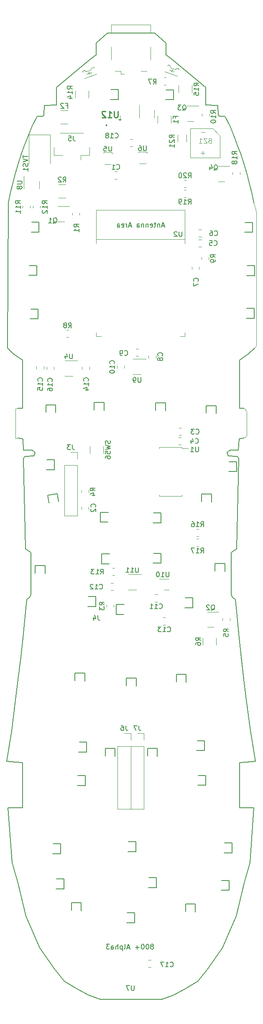
<source format=gbr>
%TF.GenerationSoftware,KiCad,Pcbnew,7.0.11*%
%TF.CreationDate,2024-06-18T14:10:42-04:00*%
%TF.ProjectId,800+,3830302b-2e6b-4696-9361-645f70636258,rev?*%
%TF.SameCoordinates,Original*%
%TF.FileFunction,Legend,Bot*%
%TF.FilePolarity,Positive*%
%FSLAX46Y46*%
G04 Gerber Fmt 4.6, Leading zero omitted, Abs format (unit mm)*
G04 Created by KiCad (PCBNEW 7.0.11) date 2024-06-18 14:10:42*
%MOMM*%
%LPD*%
G01*
G04 APERTURE LIST*
%ADD10C,0.150000*%
%ADD11C,0.100000*%
%ADD12C,0.254000*%
%ADD13C,0.120000*%
%ADD14C,0.200000*%
%TA.AperFunction,Profile*%
%ADD15C,0.200000*%
%TD*%
%TA.AperFunction,Profile*%
%ADD16C,0.100000*%
%TD*%
G04 APERTURE END LIST*
D10*
X105970363Y-222848390D02*
X106065601Y-222800771D01*
X106065601Y-222800771D02*
X106113220Y-222753152D01*
X106113220Y-222753152D02*
X106160839Y-222657914D01*
X106160839Y-222657914D02*
X106160839Y-222610295D01*
X106160839Y-222610295D02*
X106113220Y-222515057D01*
X106113220Y-222515057D02*
X106065601Y-222467438D01*
X106065601Y-222467438D02*
X105970363Y-222419819D01*
X105970363Y-222419819D02*
X105779887Y-222419819D01*
X105779887Y-222419819D02*
X105684649Y-222467438D01*
X105684649Y-222467438D02*
X105637030Y-222515057D01*
X105637030Y-222515057D02*
X105589411Y-222610295D01*
X105589411Y-222610295D02*
X105589411Y-222657914D01*
X105589411Y-222657914D02*
X105637030Y-222753152D01*
X105637030Y-222753152D02*
X105684649Y-222800771D01*
X105684649Y-222800771D02*
X105779887Y-222848390D01*
X105779887Y-222848390D02*
X105970363Y-222848390D01*
X105970363Y-222848390D02*
X106065601Y-222896009D01*
X106065601Y-222896009D02*
X106113220Y-222943628D01*
X106113220Y-222943628D02*
X106160839Y-223038866D01*
X106160839Y-223038866D02*
X106160839Y-223229342D01*
X106160839Y-223229342D02*
X106113220Y-223324580D01*
X106113220Y-223324580D02*
X106065601Y-223372200D01*
X106065601Y-223372200D02*
X105970363Y-223419819D01*
X105970363Y-223419819D02*
X105779887Y-223419819D01*
X105779887Y-223419819D02*
X105684649Y-223372200D01*
X105684649Y-223372200D02*
X105637030Y-223324580D01*
X105637030Y-223324580D02*
X105589411Y-223229342D01*
X105589411Y-223229342D02*
X105589411Y-223038866D01*
X105589411Y-223038866D02*
X105637030Y-222943628D01*
X105637030Y-222943628D02*
X105684649Y-222896009D01*
X105684649Y-222896009D02*
X105779887Y-222848390D01*
X104970363Y-222419819D02*
X104875125Y-222419819D01*
X104875125Y-222419819D02*
X104779887Y-222467438D01*
X104779887Y-222467438D02*
X104732268Y-222515057D01*
X104732268Y-222515057D02*
X104684649Y-222610295D01*
X104684649Y-222610295D02*
X104637030Y-222800771D01*
X104637030Y-222800771D02*
X104637030Y-223038866D01*
X104637030Y-223038866D02*
X104684649Y-223229342D01*
X104684649Y-223229342D02*
X104732268Y-223324580D01*
X104732268Y-223324580D02*
X104779887Y-223372200D01*
X104779887Y-223372200D02*
X104875125Y-223419819D01*
X104875125Y-223419819D02*
X104970363Y-223419819D01*
X104970363Y-223419819D02*
X105065601Y-223372200D01*
X105065601Y-223372200D02*
X105113220Y-223324580D01*
X105113220Y-223324580D02*
X105160839Y-223229342D01*
X105160839Y-223229342D02*
X105208458Y-223038866D01*
X105208458Y-223038866D02*
X105208458Y-222800771D01*
X105208458Y-222800771D02*
X105160839Y-222610295D01*
X105160839Y-222610295D02*
X105113220Y-222515057D01*
X105113220Y-222515057D02*
X105065601Y-222467438D01*
X105065601Y-222467438D02*
X104970363Y-222419819D01*
X104017982Y-222419819D02*
X103922744Y-222419819D01*
X103922744Y-222419819D02*
X103827506Y-222467438D01*
X103827506Y-222467438D02*
X103779887Y-222515057D01*
X103779887Y-222515057D02*
X103732268Y-222610295D01*
X103732268Y-222610295D02*
X103684649Y-222800771D01*
X103684649Y-222800771D02*
X103684649Y-223038866D01*
X103684649Y-223038866D02*
X103732268Y-223229342D01*
X103732268Y-223229342D02*
X103779887Y-223324580D01*
X103779887Y-223324580D02*
X103827506Y-223372200D01*
X103827506Y-223372200D02*
X103922744Y-223419819D01*
X103922744Y-223419819D02*
X104017982Y-223419819D01*
X104017982Y-223419819D02*
X104113220Y-223372200D01*
X104113220Y-223372200D02*
X104160839Y-223324580D01*
X104160839Y-223324580D02*
X104208458Y-223229342D01*
X104208458Y-223229342D02*
X104256077Y-223038866D01*
X104256077Y-223038866D02*
X104256077Y-222800771D01*
X104256077Y-222800771D02*
X104208458Y-222610295D01*
X104208458Y-222610295D02*
X104160839Y-222515057D01*
X104160839Y-222515057D02*
X104113220Y-222467438D01*
X104113220Y-222467438D02*
X104017982Y-222419819D01*
X103256077Y-223038866D02*
X102494173Y-223038866D01*
X102875125Y-223419819D02*
X102875125Y-222657914D01*
X101303696Y-223134104D02*
X100827506Y-223134104D01*
X101398934Y-223419819D02*
X101065601Y-222419819D01*
X101065601Y-222419819D02*
X100732268Y-223419819D01*
X100256077Y-223419819D02*
X100351315Y-223372200D01*
X100351315Y-223372200D02*
X100398934Y-223276961D01*
X100398934Y-223276961D02*
X100398934Y-222419819D01*
X99875124Y-222753152D02*
X99875124Y-223753152D01*
X99875124Y-222800771D02*
X99779886Y-222753152D01*
X99779886Y-222753152D02*
X99589410Y-222753152D01*
X99589410Y-222753152D02*
X99494172Y-222800771D01*
X99494172Y-222800771D02*
X99446553Y-222848390D01*
X99446553Y-222848390D02*
X99398934Y-222943628D01*
X99398934Y-222943628D02*
X99398934Y-223229342D01*
X99398934Y-223229342D02*
X99446553Y-223324580D01*
X99446553Y-223324580D02*
X99494172Y-223372200D01*
X99494172Y-223372200D02*
X99589410Y-223419819D01*
X99589410Y-223419819D02*
X99779886Y-223419819D01*
X99779886Y-223419819D02*
X99875124Y-223372200D01*
X98970362Y-223419819D02*
X98970362Y-222419819D01*
X98541791Y-223419819D02*
X98541791Y-222896009D01*
X98541791Y-222896009D02*
X98589410Y-222800771D01*
X98589410Y-222800771D02*
X98684648Y-222753152D01*
X98684648Y-222753152D02*
X98827505Y-222753152D01*
X98827505Y-222753152D02*
X98922743Y-222800771D01*
X98922743Y-222800771D02*
X98970362Y-222848390D01*
X97637029Y-223419819D02*
X97637029Y-222896009D01*
X97637029Y-222896009D02*
X97684648Y-222800771D01*
X97684648Y-222800771D02*
X97779886Y-222753152D01*
X97779886Y-222753152D02*
X97970362Y-222753152D01*
X97970362Y-222753152D02*
X98065600Y-222800771D01*
X97637029Y-223372200D02*
X97732267Y-223419819D01*
X97732267Y-223419819D02*
X97970362Y-223419819D01*
X97970362Y-223419819D02*
X98065600Y-223372200D01*
X98065600Y-223372200D02*
X98113219Y-223276961D01*
X98113219Y-223276961D02*
X98113219Y-223181723D01*
X98113219Y-223181723D02*
X98065600Y-223086485D01*
X98065600Y-223086485D02*
X97970362Y-223038866D01*
X97970362Y-223038866D02*
X97732267Y-223038866D01*
X97732267Y-223038866D02*
X97637029Y-222991247D01*
X97256076Y-222419819D02*
X96637029Y-222419819D01*
X96637029Y-222419819D02*
X96970362Y-222800771D01*
X96970362Y-222800771D02*
X96827505Y-222800771D01*
X96827505Y-222800771D02*
X96732267Y-222848390D01*
X96732267Y-222848390D02*
X96684648Y-222896009D01*
X96684648Y-222896009D02*
X96637029Y-222991247D01*
X96637029Y-222991247D02*
X96637029Y-223229342D01*
X96637029Y-223229342D02*
X96684648Y-223324580D01*
X96684648Y-223324580D02*
X96732267Y-223372200D01*
X96732267Y-223372200D02*
X96827505Y-223419819D01*
X96827505Y-223419819D02*
X97113219Y-223419819D01*
X97113219Y-223419819D02*
X97208457Y-223372200D01*
X97208457Y-223372200D02*
X97256076Y-223324580D01*
X104721904Y-60804819D02*
X104721904Y-61614342D01*
X104721904Y-61614342D02*
X104674285Y-61709580D01*
X104674285Y-61709580D02*
X104626666Y-61757200D01*
X104626666Y-61757200D02*
X104531428Y-61804819D01*
X104531428Y-61804819D02*
X104340952Y-61804819D01*
X104340952Y-61804819D02*
X104245714Y-61757200D01*
X104245714Y-61757200D02*
X104198095Y-61709580D01*
X104198095Y-61709580D02*
X104150476Y-61614342D01*
X104150476Y-61614342D02*
X104150476Y-60804819D01*
X103245714Y-60804819D02*
X103436190Y-60804819D01*
X103436190Y-60804819D02*
X103531428Y-60852438D01*
X103531428Y-60852438D02*
X103579047Y-60900057D01*
X103579047Y-60900057D02*
X103674285Y-61042914D01*
X103674285Y-61042914D02*
X103721904Y-61233390D01*
X103721904Y-61233390D02*
X103721904Y-61614342D01*
X103721904Y-61614342D02*
X103674285Y-61709580D01*
X103674285Y-61709580D02*
X103626666Y-61757200D01*
X103626666Y-61757200D02*
X103531428Y-61804819D01*
X103531428Y-61804819D02*
X103340952Y-61804819D01*
X103340952Y-61804819D02*
X103245714Y-61757200D01*
X103245714Y-61757200D02*
X103198095Y-61709580D01*
X103198095Y-61709580D02*
X103150476Y-61614342D01*
X103150476Y-61614342D02*
X103150476Y-61376247D01*
X103150476Y-61376247D02*
X103198095Y-61281009D01*
X103198095Y-61281009D02*
X103245714Y-61233390D01*
X103245714Y-61233390D02*
X103340952Y-61185771D01*
X103340952Y-61185771D02*
X103531428Y-61185771D01*
X103531428Y-61185771D02*
X103626666Y-61233390D01*
X103626666Y-61233390D02*
X103674285Y-61281009D01*
X103674285Y-61281009D02*
X103721904Y-61376247D01*
X91054819Y-77283333D02*
X90578628Y-76950000D01*
X91054819Y-76711905D02*
X90054819Y-76711905D01*
X90054819Y-76711905D02*
X90054819Y-77092857D01*
X90054819Y-77092857D02*
X90102438Y-77188095D01*
X90102438Y-77188095D02*
X90150057Y-77235714D01*
X90150057Y-77235714D02*
X90245295Y-77283333D01*
X90245295Y-77283333D02*
X90388152Y-77283333D01*
X90388152Y-77283333D02*
X90483390Y-77235714D01*
X90483390Y-77235714D02*
X90531009Y-77188095D01*
X90531009Y-77188095D02*
X90578628Y-77092857D01*
X90578628Y-77092857D02*
X90578628Y-76711905D01*
X91054819Y-78235714D02*
X91054819Y-77664286D01*
X91054819Y-77950000D02*
X90054819Y-77950000D01*
X90054819Y-77950000D02*
X90197676Y-77854762D01*
X90197676Y-77854762D02*
X90292914Y-77759524D01*
X90292914Y-77759524D02*
X90340533Y-77664286D01*
X85845238Y-76500057D02*
X85940476Y-76452438D01*
X85940476Y-76452438D02*
X86035714Y-76357200D01*
X86035714Y-76357200D02*
X86178571Y-76214342D01*
X86178571Y-76214342D02*
X86273809Y-76166723D01*
X86273809Y-76166723D02*
X86369047Y-76166723D01*
X86321428Y-76404819D02*
X86416666Y-76357200D01*
X86416666Y-76357200D02*
X86511904Y-76261961D01*
X86511904Y-76261961D02*
X86559523Y-76071485D01*
X86559523Y-76071485D02*
X86559523Y-75738152D01*
X86559523Y-75738152D02*
X86511904Y-75547676D01*
X86511904Y-75547676D02*
X86416666Y-75452438D01*
X86416666Y-75452438D02*
X86321428Y-75404819D01*
X86321428Y-75404819D02*
X86130952Y-75404819D01*
X86130952Y-75404819D02*
X86035714Y-75452438D01*
X86035714Y-75452438D02*
X85940476Y-75547676D01*
X85940476Y-75547676D02*
X85892857Y-75738152D01*
X85892857Y-75738152D02*
X85892857Y-76071485D01*
X85892857Y-76071485D02*
X85940476Y-76261961D01*
X85940476Y-76261961D02*
X86035714Y-76357200D01*
X86035714Y-76357200D02*
X86130952Y-76404819D01*
X86130952Y-76404819D02*
X86321428Y-76404819D01*
X84940476Y-76404819D02*
X85511904Y-76404819D01*
X85226190Y-76404819D02*
X85226190Y-75404819D01*
X85226190Y-75404819D02*
X85321428Y-75547676D01*
X85321428Y-75547676D02*
X85416666Y-75642914D01*
X85416666Y-75642914D02*
X85511904Y-75690533D01*
X110611009Y-55166666D02*
X110611009Y-54833333D01*
X111134819Y-54833333D02*
X110134819Y-54833333D01*
X110134819Y-54833333D02*
X110134819Y-55309523D01*
X111134819Y-56214285D02*
X111134819Y-55642857D01*
X111134819Y-55928571D02*
X110134819Y-55928571D01*
X110134819Y-55928571D02*
X110277676Y-55833333D01*
X110277676Y-55833333D02*
X110372914Y-55738095D01*
X110372914Y-55738095D02*
X110420533Y-55642857D01*
X97367200Y-120530476D02*
X97414819Y-120673333D01*
X97414819Y-120673333D02*
X97414819Y-120911428D01*
X97414819Y-120911428D02*
X97367200Y-121006666D01*
X97367200Y-121006666D02*
X97319580Y-121054285D01*
X97319580Y-121054285D02*
X97224342Y-121101904D01*
X97224342Y-121101904D02*
X97129104Y-121101904D01*
X97129104Y-121101904D02*
X97033866Y-121054285D01*
X97033866Y-121054285D02*
X96986247Y-121006666D01*
X96986247Y-121006666D02*
X96938628Y-120911428D01*
X96938628Y-120911428D02*
X96891009Y-120720952D01*
X96891009Y-120720952D02*
X96843390Y-120625714D01*
X96843390Y-120625714D02*
X96795771Y-120578095D01*
X96795771Y-120578095D02*
X96700533Y-120530476D01*
X96700533Y-120530476D02*
X96605295Y-120530476D01*
X96605295Y-120530476D02*
X96510057Y-120578095D01*
X96510057Y-120578095D02*
X96462438Y-120625714D01*
X96462438Y-120625714D02*
X96414819Y-120720952D01*
X96414819Y-120720952D02*
X96414819Y-120959047D01*
X96414819Y-120959047D02*
X96462438Y-121101904D01*
X96414819Y-121435238D02*
X97414819Y-121673333D01*
X97414819Y-121673333D02*
X96700533Y-121863809D01*
X96700533Y-121863809D02*
X97414819Y-122054285D01*
X97414819Y-122054285D02*
X96414819Y-122292381D01*
X96414819Y-123149523D02*
X96414819Y-122673333D01*
X96414819Y-122673333D02*
X96891009Y-122625714D01*
X96891009Y-122625714D02*
X96843390Y-122673333D01*
X96843390Y-122673333D02*
X96795771Y-122768571D01*
X96795771Y-122768571D02*
X96795771Y-123006666D01*
X96795771Y-123006666D02*
X96843390Y-123101904D01*
X96843390Y-123101904D02*
X96891009Y-123149523D01*
X96891009Y-123149523D02*
X96986247Y-123197142D01*
X96986247Y-123197142D02*
X97224342Y-123197142D01*
X97224342Y-123197142D02*
X97319580Y-123149523D01*
X97319580Y-123149523D02*
X97367200Y-123101904D01*
X97367200Y-123101904D02*
X97414819Y-123006666D01*
X97414819Y-123006666D02*
X97414819Y-122768571D01*
X97414819Y-122768571D02*
X97367200Y-122673333D01*
X97367200Y-122673333D02*
X97319580Y-122625714D01*
X96414819Y-124054285D02*
X96414819Y-123863809D01*
X96414819Y-123863809D02*
X96462438Y-123768571D01*
X96462438Y-123768571D02*
X96510057Y-123720952D01*
X96510057Y-123720952D02*
X96652914Y-123625714D01*
X96652914Y-123625714D02*
X96843390Y-123578095D01*
X96843390Y-123578095D02*
X97224342Y-123578095D01*
X97224342Y-123578095D02*
X97319580Y-123625714D01*
X97319580Y-123625714D02*
X97367200Y-123673333D01*
X97367200Y-123673333D02*
X97414819Y-123768571D01*
X97414819Y-123768571D02*
X97414819Y-123959047D01*
X97414819Y-123959047D02*
X97367200Y-124054285D01*
X97367200Y-124054285D02*
X97319580Y-124101904D01*
X97319580Y-124101904D02*
X97224342Y-124149523D01*
X97224342Y-124149523D02*
X96986247Y-124149523D01*
X96986247Y-124149523D02*
X96891009Y-124101904D01*
X96891009Y-124101904D02*
X96843390Y-124054285D01*
X96843390Y-124054285D02*
X96795771Y-123959047D01*
X96795771Y-123959047D02*
X96795771Y-123768571D01*
X96795771Y-123768571D02*
X96843390Y-123673333D01*
X96843390Y-123673333D02*
X96891009Y-123625714D01*
X96891009Y-123625714D02*
X96986247Y-123578095D01*
X94359580Y-133933333D02*
X94407200Y-133885714D01*
X94407200Y-133885714D02*
X94454819Y-133742857D01*
X94454819Y-133742857D02*
X94454819Y-133647619D01*
X94454819Y-133647619D02*
X94407200Y-133504762D01*
X94407200Y-133504762D02*
X94311961Y-133409524D01*
X94311961Y-133409524D02*
X94216723Y-133361905D01*
X94216723Y-133361905D02*
X94026247Y-133314286D01*
X94026247Y-133314286D02*
X93883390Y-133314286D01*
X93883390Y-133314286D02*
X93692914Y-133361905D01*
X93692914Y-133361905D02*
X93597676Y-133409524D01*
X93597676Y-133409524D02*
X93502438Y-133504762D01*
X93502438Y-133504762D02*
X93454819Y-133647619D01*
X93454819Y-133647619D02*
X93454819Y-133742857D01*
X93454819Y-133742857D02*
X93502438Y-133885714D01*
X93502438Y-133885714D02*
X93550057Y-133933333D01*
X93550057Y-134314286D02*
X93502438Y-134361905D01*
X93502438Y-134361905D02*
X93454819Y-134457143D01*
X93454819Y-134457143D02*
X93454819Y-134695238D01*
X93454819Y-134695238D02*
X93502438Y-134790476D01*
X93502438Y-134790476D02*
X93550057Y-134838095D01*
X93550057Y-134838095D02*
X93645295Y-134885714D01*
X93645295Y-134885714D02*
X93740533Y-134885714D01*
X93740533Y-134885714D02*
X93883390Y-134838095D01*
X93883390Y-134838095D02*
X94454819Y-134266667D01*
X94454819Y-134266667D02*
X94454819Y-134885714D01*
X89933333Y-58804819D02*
X89933333Y-59519104D01*
X89933333Y-59519104D02*
X89980952Y-59661961D01*
X89980952Y-59661961D02*
X90076190Y-59757200D01*
X90076190Y-59757200D02*
X90219047Y-59804819D01*
X90219047Y-59804819D02*
X90314285Y-59804819D01*
X88980952Y-58804819D02*
X89457142Y-58804819D01*
X89457142Y-58804819D02*
X89504761Y-59281009D01*
X89504761Y-59281009D02*
X89457142Y-59233390D01*
X89457142Y-59233390D02*
X89361904Y-59185771D01*
X89361904Y-59185771D02*
X89123809Y-59185771D01*
X89123809Y-59185771D02*
X89028571Y-59233390D01*
X89028571Y-59233390D02*
X88980952Y-59281009D01*
X88980952Y-59281009D02*
X88933333Y-59376247D01*
X88933333Y-59376247D02*
X88933333Y-59614342D01*
X88933333Y-59614342D02*
X88980952Y-59709580D01*
X88980952Y-59709580D02*
X89028571Y-59757200D01*
X89028571Y-59757200D02*
X89123809Y-59804819D01*
X89123809Y-59804819D02*
X89361904Y-59804819D01*
X89361904Y-59804819D02*
X89457142Y-59757200D01*
X89457142Y-59757200D02*
X89504761Y-59709580D01*
X108992857Y-159089580D02*
X109040476Y-159137200D01*
X109040476Y-159137200D02*
X109183333Y-159184819D01*
X109183333Y-159184819D02*
X109278571Y-159184819D01*
X109278571Y-159184819D02*
X109421428Y-159137200D01*
X109421428Y-159137200D02*
X109516666Y-159041961D01*
X109516666Y-159041961D02*
X109564285Y-158946723D01*
X109564285Y-158946723D02*
X109611904Y-158756247D01*
X109611904Y-158756247D02*
X109611904Y-158613390D01*
X109611904Y-158613390D02*
X109564285Y-158422914D01*
X109564285Y-158422914D02*
X109516666Y-158327676D01*
X109516666Y-158327676D02*
X109421428Y-158232438D01*
X109421428Y-158232438D02*
X109278571Y-158184819D01*
X109278571Y-158184819D02*
X109183333Y-158184819D01*
X109183333Y-158184819D02*
X109040476Y-158232438D01*
X109040476Y-158232438D02*
X108992857Y-158280057D01*
X108040476Y-159184819D02*
X108611904Y-159184819D01*
X108326190Y-159184819D02*
X108326190Y-158184819D01*
X108326190Y-158184819D02*
X108421428Y-158327676D01*
X108421428Y-158327676D02*
X108516666Y-158422914D01*
X108516666Y-158422914D02*
X108611904Y-158470533D01*
X107707142Y-158184819D02*
X107088095Y-158184819D01*
X107088095Y-158184819D02*
X107421428Y-158565771D01*
X107421428Y-158565771D02*
X107278571Y-158565771D01*
X107278571Y-158565771D02*
X107183333Y-158613390D01*
X107183333Y-158613390D02*
X107135714Y-158661009D01*
X107135714Y-158661009D02*
X107088095Y-158756247D01*
X107088095Y-158756247D02*
X107088095Y-158994342D01*
X107088095Y-158994342D02*
X107135714Y-159089580D01*
X107135714Y-159089580D02*
X107183333Y-159137200D01*
X107183333Y-159137200D02*
X107278571Y-159184819D01*
X107278571Y-159184819D02*
X107564285Y-159184819D01*
X107564285Y-159184819D02*
X107659523Y-159137200D01*
X107659523Y-159137200D02*
X107707142Y-159089580D01*
X79224819Y-72544642D02*
X78748628Y-72211309D01*
X79224819Y-71973214D02*
X78224819Y-71973214D01*
X78224819Y-71973214D02*
X78224819Y-72354166D01*
X78224819Y-72354166D02*
X78272438Y-72449404D01*
X78272438Y-72449404D02*
X78320057Y-72497023D01*
X78320057Y-72497023D02*
X78415295Y-72544642D01*
X78415295Y-72544642D02*
X78558152Y-72544642D01*
X78558152Y-72544642D02*
X78653390Y-72497023D01*
X78653390Y-72497023D02*
X78701009Y-72449404D01*
X78701009Y-72449404D02*
X78748628Y-72354166D01*
X78748628Y-72354166D02*
X78748628Y-71973214D01*
X79224819Y-73497023D02*
X79224819Y-72925595D01*
X79224819Y-73211309D02*
X78224819Y-73211309D01*
X78224819Y-73211309D02*
X78367676Y-73116071D01*
X78367676Y-73116071D02*
X78462914Y-73020833D01*
X78462914Y-73020833D02*
X78510533Y-72925595D01*
X79224819Y-74449404D02*
X79224819Y-73877976D01*
X79224819Y-74163690D02*
X78224819Y-74163690D01*
X78224819Y-74163690D02*
X78367676Y-74068452D01*
X78367676Y-74068452D02*
X78462914Y-73973214D01*
X78462914Y-73973214D02*
X78510533Y-73877976D01*
X115755357Y-137914819D02*
X116088690Y-137438628D01*
X116326785Y-137914819D02*
X116326785Y-136914819D01*
X116326785Y-136914819D02*
X115945833Y-136914819D01*
X115945833Y-136914819D02*
X115850595Y-136962438D01*
X115850595Y-136962438D02*
X115802976Y-137010057D01*
X115802976Y-137010057D02*
X115755357Y-137105295D01*
X115755357Y-137105295D02*
X115755357Y-137248152D01*
X115755357Y-137248152D02*
X115802976Y-137343390D01*
X115802976Y-137343390D02*
X115850595Y-137391009D01*
X115850595Y-137391009D02*
X115945833Y-137438628D01*
X115945833Y-137438628D02*
X116326785Y-137438628D01*
X114802976Y-137914819D02*
X115374404Y-137914819D01*
X115088690Y-137914819D02*
X115088690Y-136914819D01*
X115088690Y-136914819D02*
X115183928Y-137057676D01*
X115183928Y-137057676D02*
X115279166Y-137152914D01*
X115279166Y-137152914D02*
X115374404Y-137200533D01*
X113945833Y-136914819D02*
X114136309Y-136914819D01*
X114136309Y-136914819D02*
X114231547Y-136962438D01*
X114231547Y-136962438D02*
X114279166Y-137010057D01*
X114279166Y-137010057D02*
X114374404Y-137152914D01*
X114374404Y-137152914D02*
X114422023Y-137343390D01*
X114422023Y-137343390D02*
X114422023Y-137724342D01*
X114422023Y-137724342D02*
X114374404Y-137819580D01*
X114374404Y-137819580D02*
X114326785Y-137867200D01*
X114326785Y-137867200D02*
X114231547Y-137914819D01*
X114231547Y-137914819D02*
X114041071Y-137914819D01*
X114041071Y-137914819D02*
X113945833Y-137867200D01*
X113945833Y-137867200D02*
X113898214Y-137819580D01*
X113898214Y-137819580D02*
X113850595Y-137724342D01*
X113850595Y-137724342D02*
X113850595Y-137486247D01*
X113850595Y-137486247D02*
X113898214Y-137391009D01*
X113898214Y-137391009D02*
X113945833Y-137343390D01*
X113945833Y-137343390D02*
X114041071Y-137295771D01*
X114041071Y-137295771D02*
X114231547Y-137295771D01*
X114231547Y-137295771D02*
X114326785Y-137343390D01*
X114326785Y-137343390D02*
X114374404Y-137391009D01*
X114374404Y-137391009D02*
X114422023Y-137486247D01*
X94923333Y-155844819D02*
X94923333Y-156559104D01*
X94923333Y-156559104D02*
X94970952Y-156701961D01*
X94970952Y-156701961D02*
X95066190Y-156797200D01*
X95066190Y-156797200D02*
X95209047Y-156844819D01*
X95209047Y-156844819D02*
X95304285Y-156844819D01*
X94018571Y-156178152D02*
X94018571Y-156844819D01*
X94256666Y-155797200D02*
X94494761Y-156511485D01*
X94494761Y-156511485D02*
X93875714Y-156511485D01*
X115344819Y-48689642D02*
X114868628Y-48356309D01*
X115344819Y-48118214D02*
X114344819Y-48118214D01*
X114344819Y-48118214D02*
X114344819Y-48499166D01*
X114344819Y-48499166D02*
X114392438Y-48594404D01*
X114392438Y-48594404D02*
X114440057Y-48642023D01*
X114440057Y-48642023D02*
X114535295Y-48689642D01*
X114535295Y-48689642D02*
X114678152Y-48689642D01*
X114678152Y-48689642D02*
X114773390Y-48642023D01*
X114773390Y-48642023D02*
X114821009Y-48594404D01*
X114821009Y-48594404D02*
X114868628Y-48499166D01*
X114868628Y-48499166D02*
X114868628Y-48118214D01*
X115344819Y-49642023D02*
X115344819Y-49070595D01*
X115344819Y-49356309D02*
X114344819Y-49356309D01*
X114344819Y-49356309D02*
X114487676Y-49261071D01*
X114487676Y-49261071D02*
X114582914Y-49165833D01*
X114582914Y-49165833D02*
X114630533Y-49070595D01*
X114344819Y-50546785D02*
X114344819Y-50070595D01*
X114344819Y-50070595D02*
X114821009Y-50022976D01*
X114821009Y-50022976D02*
X114773390Y-50070595D01*
X114773390Y-50070595D02*
X114725771Y-50165833D01*
X114725771Y-50165833D02*
X114725771Y-50403928D01*
X114725771Y-50403928D02*
X114773390Y-50499166D01*
X114773390Y-50499166D02*
X114821009Y-50546785D01*
X114821009Y-50546785D02*
X114916247Y-50594404D01*
X114916247Y-50594404D02*
X115154342Y-50594404D01*
X115154342Y-50594404D02*
X115249580Y-50546785D01*
X115249580Y-50546785D02*
X115297200Y-50499166D01*
X115297200Y-50499166D02*
X115344819Y-50403928D01*
X115344819Y-50403928D02*
X115344819Y-50165833D01*
X115344819Y-50165833D02*
X115297200Y-50070595D01*
X115297200Y-50070595D02*
X115249580Y-50022976D01*
X110354819Y-59207142D02*
X109878628Y-58873809D01*
X110354819Y-58635714D02*
X109354819Y-58635714D01*
X109354819Y-58635714D02*
X109354819Y-59016666D01*
X109354819Y-59016666D02*
X109402438Y-59111904D01*
X109402438Y-59111904D02*
X109450057Y-59159523D01*
X109450057Y-59159523D02*
X109545295Y-59207142D01*
X109545295Y-59207142D02*
X109688152Y-59207142D01*
X109688152Y-59207142D02*
X109783390Y-59159523D01*
X109783390Y-59159523D02*
X109831009Y-59111904D01*
X109831009Y-59111904D02*
X109878628Y-59016666D01*
X109878628Y-59016666D02*
X109878628Y-58635714D01*
X109450057Y-59588095D02*
X109402438Y-59635714D01*
X109402438Y-59635714D02*
X109354819Y-59730952D01*
X109354819Y-59730952D02*
X109354819Y-59969047D01*
X109354819Y-59969047D02*
X109402438Y-60064285D01*
X109402438Y-60064285D02*
X109450057Y-60111904D01*
X109450057Y-60111904D02*
X109545295Y-60159523D01*
X109545295Y-60159523D02*
X109640533Y-60159523D01*
X109640533Y-60159523D02*
X109783390Y-60111904D01*
X109783390Y-60111904D02*
X110354819Y-59540476D01*
X110354819Y-59540476D02*
X110354819Y-60159523D01*
X110354819Y-61111904D02*
X110354819Y-60540476D01*
X110354819Y-60826190D02*
X109354819Y-60826190D01*
X109354819Y-60826190D02*
X109497676Y-60730952D01*
X109497676Y-60730952D02*
X109592914Y-60635714D01*
X109592914Y-60635714D02*
X109640533Y-60540476D01*
X121354819Y-159183333D02*
X120878628Y-158850000D01*
X121354819Y-158611905D02*
X120354819Y-158611905D01*
X120354819Y-158611905D02*
X120354819Y-158992857D01*
X120354819Y-158992857D02*
X120402438Y-159088095D01*
X120402438Y-159088095D02*
X120450057Y-159135714D01*
X120450057Y-159135714D02*
X120545295Y-159183333D01*
X120545295Y-159183333D02*
X120688152Y-159183333D01*
X120688152Y-159183333D02*
X120783390Y-159135714D01*
X120783390Y-159135714D02*
X120831009Y-159088095D01*
X120831009Y-159088095D02*
X120878628Y-158992857D01*
X120878628Y-158992857D02*
X120878628Y-158611905D01*
X120354819Y-160088095D02*
X120354819Y-159611905D01*
X120354819Y-159611905D02*
X120831009Y-159564286D01*
X120831009Y-159564286D02*
X120783390Y-159611905D01*
X120783390Y-159611905D02*
X120735771Y-159707143D01*
X120735771Y-159707143D02*
X120735771Y-159945238D01*
X120735771Y-159945238D02*
X120783390Y-160040476D01*
X120783390Y-160040476D02*
X120831009Y-160088095D01*
X120831009Y-160088095D02*
X120926247Y-160135714D01*
X120926247Y-160135714D02*
X121164342Y-160135714D01*
X121164342Y-160135714D02*
X121259580Y-160088095D01*
X121259580Y-160088095D02*
X121307200Y-160040476D01*
X121307200Y-160040476D02*
X121354819Y-159945238D01*
X121354819Y-159945238D02*
X121354819Y-159707143D01*
X121354819Y-159707143D02*
X121307200Y-159611905D01*
X121307200Y-159611905D02*
X121259580Y-159564286D01*
X96204819Y-153770833D02*
X95728628Y-153437500D01*
X96204819Y-153199405D02*
X95204819Y-153199405D01*
X95204819Y-153199405D02*
X95204819Y-153580357D01*
X95204819Y-153580357D02*
X95252438Y-153675595D01*
X95252438Y-153675595D02*
X95300057Y-153723214D01*
X95300057Y-153723214D02*
X95395295Y-153770833D01*
X95395295Y-153770833D02*
X95538152Y-153770833D01*
X95538152Y-153770833D02*
X95633390Y-153723214D01*
X95633390Y-153723214D02*
X95681009Y-153675595D01*
X95681009Y-153675595D02*
X95728628Y-153580357D01*
X95728628Y-153580357D02*
X95728628Y-153199405D01*
X95204819Y-154104167D02*
X95204819Y-154723214D01*
X95204819Y-154723214D02*
X95585771Y-154389881D01*
X95585771Y-154389881D02*
X95585771Y-154532738D01*
X95585771Y-154532738D02*
X95633390Y-154627976D01*
X95633390Y-154627976D02*
X95681009Y-154675595D01*
X95681009Y-154675595D02*
X95776247Y-154723214D01*
X95776247Y-154723214D02*
X96014342Y-154723214D01*
X96014342Y-154723214D02*
X96109580Y-154675595D01*
X96109580Y-154675595D02*
X96157200Y-154627976D01*
X96157200Y-154627976D02*
X96204819Y-154532738D01*
X96204819Y-154532738D02*
X96204819Y-154247024D01*
X96204819Y-154247024D02*
X96157200Y-154151786D01*
X96157200Y-154151786D02*
X96109580Y-154104167D01*
X95442857Y-147504819D02*
X95776190Y-147028628D01*
X96014285Y-147504819D02*
X96014285Y-146504819D01*
X96014285Y-146504819D02*
X95633333Y-146504819D01*
X95633333Y-146504819D02*
X95538095Y-146552438D01*
X95538095Y-146552438D02*
X95490476Y-146600057D01*
X95490476Y-146600057D02*
X95442857Y-146695295D01*
X95442857Y-146695295D02*
X95442857Y-146838152D01*
X95442857Y-146838152D02*
X95490476Y-146933390D01*
X95490476Y-146933390D02*
X95538095Y-146981009D01*
X95538095Y-146981009D02*
X95633333Y-147028628D01*
X95633333Y-147028628D02*
X96014285Y-147028628D01*
X94490476Y-147504819D02*
X95061904Y-147504819D01*
X94776190Y-147504819D02*
X94776190Y-146504819D01*
X94776190Y-146504819D02*
X94871428Y-146647676D01*
X94871428Y-146647676D02*
X94966666Y-146742914D01*
X94966666Y-146742914D02*
X95061904Y-146790533D01*
X94157142Y-146504819D02*
X93538095Y-146504819D01*
X93538095Y-146504819D02*
X93871428Y-146885771D01*
X93871428Y-146885771D02*
X93728571Y-146885771D01*
X93728571Y-146885771D02*
X93633333Y-146933390D01*
X93633333Y-146933390D02*
X93585714Y-146981009D01*
X93585714Y-146981009D02*
X93538095Y-147076247D01*
X93538095Y-147076247D02*
X93538095Y-147314342D01*
X93538095Y-147314342D02*
X93585714Y-147409580D01*
X93585714Y-147409580D02*
X93633333Y-147457200D01*
X93633333Y-147457200D02*
X93728571Y-147504819D01*
X93728571Y-147504819D02*
X94014285Y-147504819D01*
X94014285Y-147504819D02*
X94109523Y-147457200D01*
X94109523Y-147457200D02*
X94157142Y-147409580D01*
X97671904Y-60904819D02*
X97671904Y-61714342D01*
X97671904Y-61714342D02*
X97624285Y-61809580D01*
X97624285Y-61809580D02*
X97576666Y-61857200D01*
X97576666Y-61857200D02*
X97481428Y-61904819D01*
X97481428Y-61904819D02*
X97290952Y-61904819D01*
X97290952Y-61904819D02*
X97195714Y-61857200D01*
X97195714Y-61857200D02*
X97148095Y-61809580D01*
X97148095Y-61809580D02*
X97100476Y-61714342D01*
X97100476Y-61714342D02*
X97100476Y-60904819D01*
X96148095Y-60904819D02*
X96624285Y-60904819D01*
X96624285Y-60904819D02*
X96671904Y-61381009D01*
X96671904Y-61381009D02*
X96624285Y-61333390D01*
X96624285Y-61333390D02*
X96529047Y-61285771D01*
X96529047Y-61285771D02*
X96290952Y-61285771D01*
X96290952Y-61285771D02*
X96195714Y-61333390D01*
X96195714Y-61333390D02*
X96148095Y-61381009D01*
X96148095Y-61381009D02*
X96100476Y-61476247D01*
X96100476Y-61476247D02*
X96100476Y-61714342D01*
X96100476Y-61714342D02*
X96148095Y-61809580D01*
X96148095Y-61809580D02*
X96195714Y-61857200D01*
X96195714Y-61857200D02*
X96290952Y-61904819D01*
X96290952Y-61904819D02*
X96529047Y-61904819D01*
X96529047Y-61904819D02*
X96624285Y-61857200D01*
X96624285Y-61857200D02*
X96671904Y-61809580D01*
X107939580Y-103333333D02*
X107987200Y-103285714D01*
X107987200Y-103285714D02*
X108034819Y-103142857D01*
X108034819Y-103142857D02*
X108034819Y-103047619D01*
X108034819Y-103047619D02*
X107987200Y-102904762D01*
X107987200Y-102904762D02*
X107891961Y-102809524D01*
X107891961Y-102809524D02*
X107796723Y-102761905D01*
X107796723Y-102761905D02*
X107606247Y-102714286D01*
X107606247Y-102714286D02*
X107463390Y-102714286D01*
X107463390Y-102714286D02*
X107272914Y-102761905D01*
X107272914Y-102761905D02*
X107177676Y-102809524D01*
X107177676Y-102809524D02*
X107082438Y-102904762D01*
X107082438Y-102904762D02*
X107034819Y-103047619D01*
X107034819Y-103047619D02*
X107034819Y-103142857D01*
X107034819Y-103142857D02*
X107082438Y-103285714D01*
X107082438Y-103285714D02*
X107130057Y-103333333D01*
X107463390Y-103904762D02*
X107415771Y-103809524D01*
X107415771Y-103809524D02*
X107368152Y-103761905D01*
X107368152Y-103761905D02*
X107272914Y-103714286D01*
X107272914Y-103714286D02*
X107225295Y-103714286D01*
X107225295Y-103714286D02*
X107130057Y-103761905D01*
X107130057Y-103761905D02*
X107082438Y-103809524D01*
X107082438Y-103809524D02*
X107034819Y-103904762D01*
X107034819Y-103904762D02*
X107034819Y-104095238D01*
X107034819Y-104095238D02*
X107082438Y-104190476D01*
X107082438Y-104190476D02*
X107130057Y-104238095D01*
X107130057Y-104238095D02*
X107225295Y-104285714D01*
X107225295Y-104285714D02*
X107272914Y-104285714D01*
X107272914Y-104285714D02*
X107368152Y-104238095D01*
X107368152Y-104238095D02*
X107415771Y-104190476D01*
X107415771Y-104190476D02*
X107463390Y-104095238D01*
X107463390Y-104095238D02*
X107463390Y-103904762D01*
X107463390Y-103904762D02*
X107511009Y-103809524D01*
X107511009Y-103809524D02*
X107558628Y-103761905D01*
X107558628Y-103761905D02*
X107653866Y-103714286D01*
X107653866Y-103714286D02*
X107844342Y-103714286D01*
X107844342Y-103714286D02*
X107939580Y-103761905D01*
X107939580Y-103761905D02*
X107987200Y-103809524D01*
X107987200Y-103809524D02*
X108034819Y-103904762D01*
X108034819Y-103904762D02*
X108034819Y-104095238D01*
X108034819Y-104095238D02*
X107987200Y-104190476D01*
X107987200Y-104190476D02*
X107939580Y-104238095D01*
X107939580Y-104238095D02*
X107844342Y-104285714D01*
X107844342Y-104285714D02*
X107653866Y-104285714D01*
X107653866Y-104285714D02*
X107558628Y-104238095D01*
X107558628Y-104238095D02*
X107511009Y-104190476D01*
X107511009Y-104190476D02*
X107463390Y-104095238D01*
X103611904Y-107704819D02*
X103611904Y-108514342D01*
X103611904Y-108514342D02*
X103564285Y-108609580D01*
X103564285Y-108609580D02*
X103516666Y-108657200D01*
X103516666Y-108657200D02*
X103421428Y-108704819D01*
X103421428Y-108704819D02*
X103230952Y-108704819D01*
X103230952Y-108704819D02*
X103135714Y-108657200D01*
X103135714Y-108657200D02*
X103088095Y-108609580D01*
X103088095Y-108609580D02*
X103040476Y-108514342D01*
X103040476Y-108514342D02*
X103040476Y-107704819D01*
X102516666Y-108704819D02*
X102326190Y-108704819D01*
X102326190Y-108704819D02*
X102230952Y-108657200D01*
X102230952Y-108657200D02*
X102183333Y-108609580D01*
X102183333Y-108609580D02*
X102088095Y-108466723D01*
X102088095Y-108466723D02*
X102040476Y-108276247D01*
X102040476Y-108276247D02*
X102040476Y-107895295D01*
X102040476Y-107895295D02*
X102088095Y-107800057D01*
X102088095Y-107800057D02*
X102135714Y-107752438D01*
X102135714Y-107752438D02*
X102230952Y-107704819D01*
X102230952Y-107704819D02*
X102421428Y-107704819D01*
X102421428Y-107704819D02*
X102516666Y-107752438D01*
X102516666Y-107752438D02*
X102564285Y-107800057D01*
X102564285Y-107800057D02*
X102611904Y-107895295D01*
X102611904Y-107895295D02*
X102611904Y-108133390D01*
X102611904Y-108133390D02*
X102564285Y-108228628D01*
X102564285Y-108228628D02*
X102516666Y-108276247D01*
X102516666Y-108276247D02*
X102421428Y-108323866D01*
X102421428Y-108323866D02*
X102230952Y-108323866D01*
X102230952Y-108323866D02*
X102135714Y-108276247D01*
X102135714Y-108276247D02*
X102088095Y-108228628D01*
X102088095Y-108228628D02*
X102040476Y-108133390D01*
X95242857Y-150459580D02*
X95290476Y-150507200D01*
X95290476Y-150507200D02*
X95433333Y-150554819D01*
X95433333Y-150554819D02*
X95528571Y-150554819D01*
X95528571Y-150554819D02*
X95671428Y-150507200D01*
X95671428Y-150507200D02*
X95766666Y-150411961D01*
X95766666Y-150411961D02*
X95814285Y-150316723D01*
X95814285Y-150316723D02*
X95861904Y-150126247D01*
X95861904Y-150126247D02*
X95861904Y-149983390D01*
X95861904Y-149983390D02*
X95814285Y-149792914D01*
X95814285Y-149792914D02*
X95766666Y-149697676D01*
X95766666Y-149697676D02*
X95671428Y-149602438D01*
X95671428Y-149602438D02*
X95528571Y-149554819D01*
X95528571Y-149554819D02*
X95433333Y-149554819D01*
X95433333Y-149554819D02*
X95290476Y-149602438D01*
X95290476Y-149602438D02*
X95242857Y-149650057D01*
X94290476Y-150554819D02*
X94861904Y-150554819D01*
X94576190Y-150554819D02*
X94576190Y-149554819D01*
X94576190Y-149554819D02*
X94671428Y-149697676D01*
X94671428Y-149697676D02*
X94766666Y-149792914D01*
X94766666Y-149792914D02*
X94861904Y-149840533D01*
X93909523Y-149650057D02*
X93861904Y-149602438D01*
X93861904Y-149602438D02*
X93766666Y-149554819D01*
X93766666Y-149554819D02*
X93528571Y-149554819D01*
X93528571Y-149554819D02*
X93433333Y-149602438D01*
X93433333Y-149602438D02*
X93385714Y-149650057D01*
X93385714Y-149650057D02*
X93338095Y-149745295D01*
X93338095Y-149745295D02*
X93338095Y-149840533D01*
X93338095Y-149840533D02*
X93385714Y-149983390D01*
X93385714Y-149983390D02*
X93957142Y-150554819D01*
X93957142Y-150554819D02*
X93338095Y-150554819D01*
X115159580Y-88233333D02*
X115207200Y-88185714D01*
X115207200Y-88185714D02*
X115254819Y-88042857D01*
X115254819Y-88042857D02*
X115254819Y-87947619D01*
X115254819Y-87947619D02*
X115207200Y-87804762D01*
X115207200Y-87804762D02*
X115111961Y-87709524D01*
X115111961Y-87709524D02*
X115016723Y-87661905D01*
X115016723Y-87661905D02*
X114826247Y-87614286D01*
X114826247Y-87614286D02*
X114683390Y-87614286D01*
X114683390Y-87614286D02*
X114492914Y-87661905D01*
X114492914Y-87661905D02*
X114397676Y-87709524D01*
X114397676Y-87709524D02*
X114302438Y-87804762D01*
X114302438Y-87804762D02*
X114254819Y-87947619D01*
X114254819Y-87947619D02*
X114254819Y-88042857D01*
X114254819Y-88042857D02*
X114302438Y-88185714D01*
X114302438Y-88185714D02*
X114350057Y-88233333D01*
X114254819Y-88566667D02*
X114254819Y-89233333D01*
X114254819Y-89233333D02*
X115254819Y-88804762D01*
X103115594Y-146174819D02*
X103115594Y-146984342D01*
X103115594Y-146984342D02*
X103067975Y-147079580D01*
X103067975Y-147079580D02*
X103020356Y-147127200D01*
X103020356Y-147127200D02*
X102925118Y-147174819D01*
X102925118Y-147174819D02*
X102734642Y-147174819D01*
X102734642Y-147174819D02*
X102639404Y-147127200D01*
X102639404Y-147127200D02*
X102591785Y-147079580D01*
X102591785Y-147079580D02*
X102544166Y-146984342D01*
X102544166Y-146984342D02*
X102544166Y-146174819D01*
X101544166Y-147174819D02*
X102115594Y-147174819D01*
X101829880Y-147174819D02*
X101829880Y-146174819D01*
X101829880Y-146174819D02*
X101925118Y-146317676D01*
X101925118Y-146317676D02*
X102020356Y-146412914D01*
X102020356Y-146412914D02*
X102115594Y-146460533D01*
X100591785Y-147174819D02*
X101163213Y-147174819D01*
X100877499Y-147174819D02*
X100877499Y-146174819D01*
X100877499Y-146174819D02*
X100972737Y-146317676D01*
X100972737Y-146317676D02*
X101067975Y-146412914D01*
X101067975Y-146412914D02*
X101163213Y-146460533D01*
X111916904Y-78184819D02*
X111916904Y-78994342D01*
X111916904Y-78994342D02*
X111869285Y-79089580D01*
X111869285Y-79089580D02*
X111821666Y-79137200D01*
X111821666Y-79137200D02*
X111726428Y-79184819D01*
X111726428Y-79184819D02*
X111535952Y-79184819D01*
X111535952Y-79184819D02*
X111440714Y-79137200D01*
X111440714Y-79137200D02*
X111393095Y-79089580D01*
X111393095Y-79089580D02*
X111345476Y-78994342D01*
X111345476Y-78994342D02*
X111345476Y-78184819D01*
X110916904Y-78280057D02*
X110869285Y-78232438D01*
X110869285Y-78232438D02*
X110774047Y-78184819D01*
X110774047Y-78184819D02*
X110535952Y-78184819D01*
X110535952Y-78184819D02*
X110440714Y-78232438D01*
X110440714Y-78232438D02*
X110393095Y-78280057D01*
X110393095Y-78280057D02*
X110345476Y-78375295D01*
X110345476Y-78375295D02*
X110345476Y-78470533D01*
X110345476Y-78470533D02*
X110393095Y-78613390D01*
X110393095Y-78613390D02*
X110964523Y-79184819D01*
X110964523Y-79184819D02*
X110345476Y-79184819D01*
X108311905Y-77009104D02*
X107835715Y-77009104D01*
X108407143Y-77294819D02*
X108073810Y-76294819D01*
X108073810Y-76294819D02*
X107740477Y-77294819D01*
X107407143Y-76628152D02*
X107407143Y-77294819D01*
X107407143Y-76723390D02*
X107359524Y-76675771D01*
X107359524Y-76675771D02*
X107264286Y-76628152D01*
X107264286Y-76628152D02*
X107121429Y-76628152D01*
X107121429Y-76628152D02*
X107026191Y-76675771D01*
X107026191Y-76675771D02*
X106978572Y-76771009D01*
X106978572Y-76771009D02*
X106978572Y-77294819D01*
X106645238Y-76628152D02*
X106264286Y-76628152D01*
X106502381Y-76294819D02*
X106502381Y-77151961D01*
X106502381Y-77151961D02*
X106454762Y-77247200D01*
X106454762Y-77247200D02*
X106359524Y-77294819D01*
X106359524Y-77294819D02*
X106264286Y-77294819D01*
X105550000Y-77247200D02*
X105645238Y-77294819D01*
X105645238Y-77294819D02*
X105835714Y-77294819D01*
X105835714Y-77294819D02*
X105930952Y-77247200D01*
X105930952Y-77247200D02*
X105978571Y-77151961D01*
X105978571Y-77151961D02*
X105978571Y-76771009D01*
X105978571Y-76771009D02*
X105930952Y-76675771D01*
X105930952Y-76675771D02*
X105835714Y-76628152D01*
X105835714Y-76628152D02*
X105645238Y-76628152D01*
X105645238Y-76628152D02*
X105550000Y-76675771D01*
X105550000Y-76675771D02*
X105502381Y-76771009D01*
X105502381Y-76771009D02*
X105502381Y-76866247D01*
X105502381Y-76866247D02*
X105978571Y-76961485D01*
X105073809Y-76628152D02*
X105073809Y-77294819D01*
X105073809Y-76723390D02*
X105026190Y-76675771D01*
X105026190Y-76675771D02*
X104930952Y-76628152D01*
X104930952Y-76628152D02*
X104788095Y-76628152D01*
X104788095Y-76628152D02*
X104692857Y-76675771D01*
X104692857Y-76675771D02*
X104645238Y-76771009D01*
X104645238Y-76771009D02*
X104645238Y-77294819D01*
X104169047Y-76628152D02*
X104169047Y-77294819D01*
X104169047Y-76723390D02*
X104121428Y-76675771D01*
X104121428Y-76675771D02*
X104026190Y-76628152D01*
X104026190Y-76628152D02*
X103883333Y-76628152D01*
X103883333Y-76628152D02*
X103788095Y-76675771D01*
X103788095Y-76675771D02*
X103740476Y-76771009D01*
X103740476Y-76771009D02*
X103740476Y-77294819D01*
X102835714Y-77294819D02*
X102835714Y-76771009D01*
X102835714Y-76771009D02*
X102883333Y-76675771D01*
X102883333Y-76675771D02*
X102978571Y-76628152D01*
X102978571Y-76628152D02*
X103169047Y-76628152D01*
X103169047Y-76628152D02*
X103264285Y-76675771D01*
X102835714Y-77247200D02*
X102930952Y-77294819D01*
X102930952Y-77294819D02*
X103169047Y-77294819D01*
X103169047Y-77294819D02*
X103264285Y-77247200D01*
X103264285Y-77247200D02*
X103311904Y-77151961D01*
X103311904Y-77151961D02*
X103311904Y-77056723D01*
X103311904Y-77056723D02*
X103264285Y-76961485D01*
X103264285Y-76961485D02*
X103169047Y-76913866D01*
X103169047Y-76913866D02*
X102930952Y-76913866D01*
X102930952Y-76913866D02*
X102835714Y-76866247D01*
X101645237Y-77009104D02*
X101169047Y-77009104D01*
X101740475Y-77294819D02*
X101407142Y-76294819D01*
X101407142Y-76294819D02*
X101073809Y-77294819D01*
X100740475Y-77294819D02*
X100740475Y-76628152D01*
X100740475Y-76818628D02*
X100692856Y-76723390D01*
X100692856Y-76723390D02*
X100645237Y-76675771D01*
X100645237Y-76675771D02*
X100549999Y-76628152D01*
X100549999Y-76628152D02*
X100454761Y-76628152D01*
X99740475Y-77247200D02*
X99835713Y-77294819D01*
X99835713Y-77294819D02*
X100026189Y-77294819D01*
X100026189Y-77294819D02*
X100121427Y-77247200D01*
X100121427Y-77247200D02*
X100169046Y-77151961D01*
X100169046Y-77151961D02*
X100169046Y-76771009D01*
X100169046Y-76771009D02*
X100121427Y-76675771D01*
X100121427Y-76675771D02*
X100026189Y-76628152D01*
X100026189Y-76628152D02*
X99835713Y-76628152D01*
X99835713Y-76628152D02*
X99740475Y-76675771D01*
X99740475Y-76675771D02*
X99692856Y-76771009D01*
X99692856Y-76771009D02*
X99692856Y-76866247D01*
X99692856Y-76866247D02*
X100169046Y-76961485D01*
X98835713Y-77294819D02*
X98835713Y-76771009D01*
X98835713Y-76771009D02*
X98883332Y-76675771D01*
X98883332Y-76675771D02*
X98978570Y-76628152D01*
X98978570Y-76628152D02*
X99169046Y-76628152D01*
X99169046Y-76628152D02*
X99264284Y-76675771D01*
X98835713Y-77247200D02*
X98930951Y-77294819D01*
X98930951Y-77294819D02*
X99169046Y-77294819D01*
X99169046Y-77294819D02*
X99264284Y-77247200D01*
X99264284Y-77247200D02*
X99311903Y-77151961D01*
X99311903Y-77151961D02*
X99311903Y-77056723D01*
X99311903Y-77056723D02*
X99264284Y-76961485D01*
X99264284Y-76961485D02*
X99169046Y-76913866D01*
X99169046Y-76913866D02*
X98930951Y-76913866D01*
X98930951Y-76913866D02*
X98835713Y-76866247D01*
X117822738Y-154850057D02*
X117917976Y-154802438D01*
X117917976Y-154802438D02*
X118013214Y-154707200D01*
X118013214Y-154707200D02*
X118156071Y-154564342D01*
X118156071Y-154564342D02*
X118251309Y-154516723D01*
X118251309Y-154516723D02*
X118346547Y-154516723D01*
X118298928Y-154754819D02*
X118394166Y-154707200D01*
X118394166Y-154707200D02*
X118489404Y-154611961D01*
X118489404Y-154611961D02*
X118537023Y-154421485D01*
X118537023Y-154421485D02*
X118537023Y-154088152D01*
X118537023Y-154088152D02*
X118489404Y-153897676D01*
X118489404Y-153897676D02*
X118394166Y-153802438D01*
X118394166Y-153802438D02*
X118298928Y-153754819D01*
X118298928Y-153754819D02*
X118108452Y-153754819D01*
X118108452Y-153754819D02*
X118013214Y-153802438D01*
X118013214Y-153802438D02*
X117917976Y-153897676D01*
X117917976Y-153897676D02*
X117870357Y-154088152D01*
X117870357Y-154088152D02*
X117870357Y-154421485D01*
X117870357Y-154421485D02*
X117917976Y-154611961D01*
X117917976Y-154611961D02*
X118013214Y-154707200D01*
X118013214Y-154707200D02*
X118108452Y-154754819D01*
X118108452Y-154754819D02*
X118298928Y-154754819D01*
X117489404Y-153850057D02*
X117441785Y-153802438D01*
X117441785Y-153802438D02*
X117346547Y-153754819D01*
X117346547Y-153754819D02*
X117108452Y-153754819D01*
X117108452Y-153754819D02*
X117013214Y-153802438D01*
X117013214Y-153802438D02*
X116965595Y-153850057D01*
X116965595Y-153850057D02*
X116917976Y-153945295D01*
X116917976Y-153945295D02*
X116917976Y-154040533D01*
X116917976Y-154040533D02*
X116965595Y-154183390D01*
X116965595Y-154183390D02*
X117537023Y-154754819D01*
X117537023Y-154754819D02*
X116917976Y-154754819D01*
X98169580Y-104917142D02*
X98217200Y-104869523D01*
X98217200Y-104869523D02*
X98264819Y-104726666D01*
X98264819Y-104726666D02*
X98264819Y-104631428D01*
X98264819Y-104631428D02*
X98217200Y-104488571D01*
X98217200Y-104488571D02*
X98121961Y-104393333D01*
X98121961Y-104393333D02*
X98026723Y-104345714D01*
X98026723Y-104345714D02*
X97836247Y-104298095D01*
X97836247Y-104298095D02*
X97693390Y-104298095D01*
X97693390Y-104298095D02*
X97502914Y-104345714D01*
X97502914Y-104345714D02*
X97407676Y-104393333D01*
X97407676Y-104393333D02*
X97312438Y-104488571D01*
X97312438Y-104488571D02*
X97264819Y-104631428D01*
X97264819Y-104631428D02*
X97264819Y-104726666D01*
X97264819Y-104726666D02*
X97312438Y-104869523D01*
X97312438Y-104869523D02*
X97360057Y-104917142D01*
X98264819Y-105869523D02*
X98264819Y-105298095D01*
X98264819Y-105583809D02*
X97264819Y-105583809D01*
X97264819Y-105583809D02*
X97407676Y-105488571D01*
X97407676Y-105488571D02*
X97502914Y-105393333D01*
X97502914Y-105393333D02*
X97550533Y-105298095D01*
X97264819Y-106488571D02*
X97264819Y-106583809D01*
X97264819Y-106583809D02*
X97312438Y-106679047D01*
X97312438Y-106679047D02*
X97360057Y-106726666D01*
X97360057Y-106726666D02*
X97455295Y-106774285D01*
X97455295Y-106774285D02*
X97645771Y-106821904D01*
X97645771Y-106821904D02*
X97883866Y-106821904D01*
X97883866Y-106821904D02*
X98074342Y-106774285D01*
X98074342Y-106774285D02*
X98169580Y-106726666D01*
X98169580Y-106726666D02*
X98217200Y-106679047D01*
X98217200Y-106679047D02*
X98264819Y-106583809D01*
X98264819Y-106583809D02*
X98264819Y-106488571D01*
X98264819Y-106488571D02*
X98217200Y-106393333D01*
X98217200Y-106393333D02*
X98169580Y-106345714D01*
X98169580Y-106345714D02*
X98074342Y-106298095D01*
X98074342Y-106298095D02*
X97883866Y-106250476D01*
X97883866Y-106250476D02*
X97645771Y-106250476D01*
X97645771Y-106250476D02*
X97455295Y-106298095D01*
X97455295Y-106298095D02*
X97360057Y-106345714D01*
X97360057Y-106345714D02*
X97312438Y-106393333D01*
X97312438Y-106393333D02*
X97264819Y-106488571D01*
X98716666Y-65479580D02*
X98764285Y-65527200D01*
X98764285Y-65527200D02*
X98907142Y-65574819D01*
X98907142Y-65574819D02*
X99002380Y-65574819D01*
X99002380Y-65574819D02*
X99145237Y-65527200D01*
X99145237Y-65527200D02*
X99240475Y-65431961D01*
X99240475Y-65431961D02*
X99288094Y-65336723D01*
X99288094Y-65336723D02*
X99335713Y-65146247D01*
X99335713Y-65146247D02*
X99335713Y-65003390D01*
X99335713Y-65003390D02*
X99288094Y-64812914D01*
X99288094Y-64812914D02*
X99240475Y-64717676D01*
X99240475Y-64717676D02*
X99145237Y-64622438D01*
X99145237Y-64622438D02*
X99002380Y-64574819D01*
X99002380Y-64574819D02*
X98907142Y-64574819D01*
X98907142Y-64574819D02*
X98764285Y-64622438D01*
X98764285Y-64622438D02*
X98716666Y-64670057D01*
X97764285Y-65574819D02*
X98335713Y-65574819D01*
X98049999Y-65574819D02*
X98049999Y-64574819D01*
X98049999Y-64574819D02*
X98145237Y-64717676D01*
X98145237Y-64717676D02*
X98240475Y-64812914D01*
X98240475Y-64812914D02*
X98335713Y-64860533D01*
X115714819Y-160960833D02*
X115238628Y-160627500D01*
X115714819Y-160389405D02*
X114714819Y-160389405D01*
X114714819Y-160389405D02*
X114714819Y-160770357D01*
X114714819Y-160770357D02*
X114762438Y-160865595D01*
X114762438Y-160865595D02*
X114810057Y-160913214D01*
X114810057Y-160913214D02*
X114905295Y-160960833D01*
X114905295Y-160960833D02*
X115048152Y-160960833D01*
X115048152Y-160960833D02*
X115143390Y-160913214D01*
X115143390Y-160913214D02*
X115191009Y-160865595D01*
X115191009Y-160865595D02*
X115238628Y-160770357D01*
X115238628Y-160770357D02*
X115238628Y-160389405D01*
X114714819Y-161817976D02*
X114714819Y-161627500D01*
X114714819Y-161627500D02*
X114762438Y-161532262D01*
X114762438Y-161532262D02*
X114810057Y-161484643D01*
X114810057Y-161484643D02*
X114952914Y-161389405D01*
X114952914Y-161389405D02*
X115143390Y-161341786D01*
X115143390Y-161341786D02*
X115524342Y-161341786D01*
X115524342Y-161341786D02*
X115619580Y-161389405D01*
X115619580Y-161389405D02*
X115667200Y-161437024D01*
X115667200Y-161437024D02*
X115714819Y-161532262D01*
X115714819Y-161532262D02*
X115714819Y-161722738D01*
X115714819Y-161722738D02*
X115667200Y-161817976D01*
X115667200Y-161817976D02*
X115619580Y-161865595D01*
X115619580Y-161865595D02*
X115524342Y-161913214D01*
X115524342Y-161913214D02*
X115286247Y-161913214D01*
X115286247Y-161913214D02*
X115191009Y-161865595D01*
X115191009Y-161865595D02*
X115143390Y-161817976D01*
X115143390Y-161817976D02*
X115095771Y-161722738D01*
X115095771Y-161722738D02*
X115095771Y-161532262D01*
X115095771Y-161532262D02*
X115143390Y-161437024D01*
X115143390Y-161437024D02*
X115191009Y-161389405D01*
X115191009Y-161389405D02*
X115286247Y-161341786D01*
X79754819Y-62683333D02*
X79754819Y-63254761D01*
X80754819Y-62969047D02*
X79754819Y-62969047D01*
X79754819Y-63445238D02*
X80754819Y-63778571D01*
X80754819Y-63778571D02*
X79754819Y-64111904D01*
X80707200Y-64397619D02*
X80754819Y-64540476D01*
X80754819Y-64540476D02*
X80754819Y-64778571D01*
X80754819Y-64778571D02*
X80707200Y-64873809D01*
X80707200Y-64873809D02*
X80659580Y-64921428D01*
X80659580Y-64921428D02*
X80564342Y-64969047D01*
X80564342Y-64969047D02*
X80469104Y-64969047D01*
X80469104Y-64969047D02*
X80373866Y-64921428D01*
X80373866Y-64921428D02*
X80326247Y-64873809D01*
X80326247Y-64873809D02*
X80278628Y-64778571D01*
X80278628Y-64778571D02*
X80231009Y-64588095D01*
X80231009Y-64588095D02*
X80183390Y-64492857D01*
X80183390Y-64492857D02*
X80135771Y-64445238D01*
X80135771Y-64445238D02*
X80040533Y-64397619D01*
X80040533Y-64397619D02*
X79945295Y-64397619D01*
X79945295Y-64397619D02*
X79850057Y-64445238D01*
X79850057Y-64445238D02*
X79802438Y-64492857D01*
X79802438Y-64492857D02*
X79754819Y-64588095D01*
X79754819Y-64588095D02*
X79754819Y-64826190D01*
X79754819Y-64826190D02*
X79802438Y-64969047D01*
X80754819Y-65921428D02*
X80754819Y-65350000D01*
X80754819Y-65635714D02*
X79754819Y-65635714D01*
X79754819Y-65635714D02*
X79897676Y-65540476D01*
X79897676Y-65540476D02*
X79992914Y-65445238D01*
X79992914Y-65445238D02*
X80040533Y-65350000D01*
X83609580Y-108407142D02*
X83657200Y-108359523D01*
X83657200Y-108359523D02*
X83704819Y-108216666D01*
X83704819Y-108216666D02*
X83704819Y-108121428D01*
X83704819Y-108121428D02*
X83657200Y-107978571D01*
X83657200Y-107978571D02*
X83561961Y-107883333D01*
X83561961Y-107883333D02*
X83466723Y-107835714D01*
X83466723Y-107835714D02*
X83276247Y-107788095D01*
X83276247Y-107788095D02*
X83133390Y-107788095D01*
X83133390Y-107788095D02*
X82942914Y-107835714D01*
X82942914Y-107835714D02*
X82847676Y-107883333D01*
X82847676Y-107883333D02*
X82752438Y-107978571D01*
X82752438Y-107978571D02*
X82704819Y-108121428D01*
X82704819Y-108121428D02*
X82704819Y-108216666D01*
X82704819Y-108216666D02*
X82752438Y-108359523D01*
X82752438Y-108359523D02*
X82800057Y-108407142D01*
X83704819Y-109359523D02*
X83704819Y-108788095D01*
X83704819Y-109073809D02*
X82704819Y-109073809D01*
X82704819Y-109073809D02*
X82847676Y-108978571D01*
X82847676Y-108978571D02*
X82942914Y-108883333D01*
X82942914Y-108883333D02*
X82990533Y-108788095D01*
X82704819Y-110264285D02*
X82704819Y-109788095D01*
X82704819Y-109788095D02*
X83181009Y-109740476D01*
X83181009Y-109740476D02*
X83133390Y-109788095D01*
X83133390Y-109788095D02*
X83085771Y-109883333D01*
X83085771Y-109883333D02*
X83085771Y-110121428D01*
X83085771Y-110121428D02*
X83133390Y-110216666D01*
X83133390Y-110216666D02*
X83181009Y-110264285D01*
X83181009Y-110264285D02*
X83276247Y-110311904D01*
X83276247Y-110311904D02*
X83514342Y-110311904D01*
X83514342Y-110311904D02*
X83609580Y-110264285D01*
X83609580Y-110264285D02*
X83657200Y-110216666D01*
X83657200Y-110216666D02*
X83704819Y-110121428D01*
X83704819Y-110121428D02*
X83704819Y-109883333D01*
X83704819Y-109883333D02*
X83657200Y-109788095D01*
X83657200Y-109788095D02*
X83609580Y-109740476D01*
D11*
X117530952Y-59783609D02*
X117388095Y-59831228D01*
X117388095Y-59831228D02*
X117340476Y-59878847D01*
X117340476Y-59878847D02*
X117292857Y-59974085D01*
X117292857Y-59974085D02*
X117292857Y-60116942D01*
X117292857Y-60116942D02*
X117340476Y-60212180D01*
X117340476Y-60212180D02*
X117388095Y-60259800D01*
X117388095Y-60259800D02*
X117483333Y-60307419D01*
X117483333Y-60307419D02*
X117864285Y-60307419D01*
X117864285Y-60307419D02*
X117864285Y-59307419D01*
X117864285Y-59307419D02*
X117530952Y-59307419D01*
X117530952Y-59307419D02*
X117435714Y-59355038D01*
X117435714Y-59355038D02*
X117388095Y-59402657D01*
X117388095Y-59402657D02*
X117340476Y-59497895D01*
X117340476Y-59497895D02*
X117340476Y-59593133D01*
X117340476Y-59593133D02*
X117388095Y-59688371D01*
X117388095Y-59688371D02*
X117435714Y-59735990D01*
X117435714Y-59735990D02*
X117530952Y-59783609D01*
X117530952Y-59783609D02*
X117864285Y-59783609D01*
X116959523Y-59307419D02*
X116292857Y-59307419D01*
X116292857Y-59307419D02*
X116959523Y-60307419D01*
X116959523Y-60307419D02*
X116292857Y-60307419D01*
X115388095Y-60307419D02*
X115959523Y-60307419D01*
X115673809Y-60307419D02*
X115673809Y-59307419D01*
X115673809Y-59307419D02*
X115769047Y-59450276D01*
X115769047Y-59450276D02*
X115864285Y-59545514D01*
X115864285Y-59545514D02*
X115959523Y-59593133D01*
X116606115Y-58091466D02*
X115844211Y-58091466D01*
X116506115Y-62291466D02*
X115744211Y-62291466D01*
X116125163Y-62672419D02*
X116125163Y-61910514D01*
D10*
X92909580Y-108407142D02*
X92957200Y-108359523D01*
X92957200Y-108359523D02*
X93004819Y-108216666D01*
X93004819Y-108216666D02*
X93004819Y-108121428D01*
X93004819Y-108121428D02*
X92957200Y-107978571D01*
X92957200Y-107978571D02*
X92861961Y-107883333D01*
X92861961Y-107883333D02*
X92766723Y-107835714D01*
X92766723Y-107835714D02*
X92576247Y-107788095D01*
X92576247Y-107788095D02*
X92433390Y-107788095D01*
X92433390Y-107788095D02*
X92242914Y-107835714D01*
X92242914Y-107835714D02*
X92147676Y-107883333D01*
X92147676Y-107883333D02*
X92052438Y-107978571D01*
X92052438Y-107978571D02*
X92004819Y-108121428D01*
X92004819Y-108121428D02*
X92004819Y-108216666D01*
X92004819Y-108216666D02*
X92052438Y-108359523D01*
X92052438Y-108359523D02*
X92100057Y-108407142D01*
X93004819Y-109359523D02*
X93004819Y-108788095D01*
X93004819Y-109073809D02*
X92004819Y-109073809D01*
X92004819Y-109073809D02*
X92147676Y-108978571D01*
X92147676Y-108978571D02*
X92242914Y-108883333D01*
X92242914Y-108883333D02*
X92290533Y-108788095D01*
X92338152Y-110216666D02*
X93004819Y-110216666D01*
X91957200Y-109978571D02*
X92671485Y-109740476D01*
X92671485Y-109740476D02*
X92671485Y-110359523D01*
X102266904Y-230759819D02*
X102266904Y-231569342D01*
X102266904Y-231569342D02*
X102219285Y-231664580D01*
X102219285Y-231664580D02*
X102171666Y-231712200D01*
X102171666Y-231712200D02*
X102076428Y-231759819D01*
X102076428Y-231759819D02*
X101885952Y-231759819D01*
X101885952Y-231759819D02*
X101790714Y-231712200D01*
X101790714Y-231712200D02*
X101743095Y-231664580D01*
X101743095Y-231664580D02*
X101695476Y-231569342D01*
X101695476Y-231569342D02*
X101695476Y-230759819D01*
X101314523Y-230759819D02*
X100647857Y-230759819D01*
X100647857Y-230759819D02*
X101076428Y-231759819D01*
X109288094Y-147054819D02*
X109288094Y-147864342D01*
X109288094Y-147864342D02*
X109240475Y-147959580D01*
X109240475Y-147959580D02*
X109192856Y-148007200D01*
X109192856Y-148007200D02*
X109097618Y-148054819D01*
X109097618Y-148054819D02*
X108907142Y-148054819D01*
X108907142Y-148054819D02*
X108811904Y-148007200D01*
X108811904Y-148007200D02*
X108764285Y-147959580D01*
X108764285Y-147959580D02*
X108716666Y-147864342D01*
X108716666Y-147864342D02*
X108716666Y-147054819D01*
X107716666Y-148054819D02*
X108288094Y-148054819D01*
X108002380Y-148054819D02*
X108002380Y-147054819D01*
X108002380Y-147054819D02*
X108097618Y-147197676D01*
X108097618Y-147197676D02*
X108192856Y-147292914D01*
X108192856Y-147292914D02*
X108288094Y-147340533D01*
X107097618Y-147054819D02*
X107002380Y-147054819D01*
X107002380Y-147054819D02*
X106907142Y-147102438D01*
X106907142Y-147102438D02*
X106859523Y-147150057D01*
X106859523Y-147150057D02*
X106811904Y-147245295D01*
X106811904Y-147245295D02*
X106764285Y-147435771D01*
X106764285Y-147435771D02*
X106764285Y-147673866D01*
X106764285Y-147673866D02*
X106811904Y-147864342D01*
X106811904Y-147864342D02*
X106859523Y-147959580D01*
X106859523Y-147959580D02*
X106907142Y-148007200D01*
X106907142Y-148007200D02*
X107002380Y-148054819D01*
X107002380Y-148054819D02*
X107097618Y-148054819D01*
X107097618Y-148054819D02*
X107192856Y-148007200D01*
X107192856Y-148007200D02*
X107240475Y-147959580D01*
X107240475Y-147959580D02*
X107288094Y-147864342D01*
X107288094Y-147864342D02*
X107335713Y-147673866D01*
X107335713Y-147673866D02*
X107335713Y-147435771D01*
X107335713Y-147435771D02*
X107288094Y-147245295D01*
X107288094Y-147245295D02*
X107240475Y-147150057D01*
X107240475Y-147150057D02*
X107192856Y-147102438D01*
X107192856Y-147102438D02*
X107097618Y-147054819D01*
X88433333Y-52681009D02*
X88766666Y-52681009D01*
X88766666Y-53204819D02*
X88766666Y-52204819D01*
X88766666Y-52204819D02*
X88290476Y-52204819D01*
X87957142Y-52300057D02*
X87909523Y-52252438D01*
X87909523Y-52252438D02*
X87814285Y-52204819D01*
X87814285Y-52204819D02*
X87576190Y-52204819D01*
X87576190Y-52204819D02*
X87480952Y-52252438D01*
X87480952Y-52252438D02*
X87433333Y-52300057D01*
X87433333Y-52300057D02*
X87385714Y-52395295D01*
X87385714Y-52395295D02*
X87385714Y-52490533D01*
X87385714Y-52490533D02*
X87433333Y-52633390D01*
X87433333Y-52633390D02*
X88004761Y-53204819D01*
X88004761Y-53204819D02*
X87385714Y-53204819D01*
X112045238Y-53650057D02*
X112140476Y-53602438D01*
X112140476Y-53602438D02*
X112235714Y-53507200D01*
X112235714Y-53507200D02*
X112378571Y-53364342D01*
X112378571Y-53364342D02*
X112473809Y-53316723D01*
X112473809Y-53316723D02*
X112569047Y-53316723D01*
X112521428Y-53554819D02*
X112616666Y-53507200D01*
X112616666Y-53507200D02*
X112711904Y-53411961D01*
X112711904Y-53411961D02*
X112759523Y-53221485D01*
X112759523Y-53221485D02*
X112759523Y-52888152D01*
X112759523Y-52888152D02*
X112711904Y-52697676D01*
X112711904Y-52697676D02*
X112616666Y-52602438D01*
X112616666Y-52602438D02*
X112521428Y-52554819D01*
X112521428Y-52554819D02*
X112330952Y-52554819D01*
X112330952Y-52554819D02*
X112235714Y-52602438D01*
X112235714Y-52602438D02*
X112140476Y-52697676D01*
X112140476Y-52697676D02*
X112092857Y-52888152D01*
X112092857Y-52888152D02*
X112092857Y-53221485D01*
X112092857Y-53221485D02*
X112140476Y-53411961D01*
X112140476Y-53411961D02*
X112235714Y-53507200D01*
X112235714Y-53507200D02*
X112330952Y-53554819D01*
X112330952Y-53554819D02*
X112521428Y-53554819D01*
X111759523Y-52554819D02*
X111140476Y-52554819D01*
X111140476Y-52554819D02*
X111473809Y-52935771D01*
X111473809Y-52935771D02*
X111330952Y-52935771D01*
X111330952Y-52935771D02*
X111235714Y-52983390D01*
X111235714Y-52983390D02*
X111188095Y-53031009D01*
X111188095Y-53031009D02*
X111140476Y-53126247D01*
X111140476Y-53126247D02*
X111140476Y-53364342D01*
X111140476Y-53364342D02*
X111188095Y-53459580D01*
X111188095Y-53459580D02*
X111235714Y-53507200D01*
X111235714Y-53507200D02*
X111330952Y-53554819D01*
X111330952Y-53554819D02*
X111616666Y-53554819D01*
X111616666Y-53554819D02*
X111711904Y-53507200D01*
X111711904Y-53507200D02*
X111759523Y-53459580D01*
X113192857Y-72604819D02*
X113526190Y-72128628D01*
X113764285Y-72604819D02*
X113764285Y-71604819D01*
X113764285Y-71604819D02*
X113383333Y-71604819D01*
X113383333Y-71604819D02*
X113288095Y-71652438D01*
X113288095Y-71652438D02*
X113240476Y-71700057D01*
X113240476Y-71700057D02*
X113192857Y-71795295D01*
X113192857Y-71795295D02*
X113192857Y-71938152D01*
X113192857Y-71938152D02*
X113240476Y-72033390D01*
X113240476Y-72033390D02*
X113288095Y-72081009D01*
X113288095Y-72081009D02*
X113383333Y-72128628D01*
X113383333Y-72128628D02*
X113764285Y-72128628D01*
X112240476Y-72604819D02*
X112811904Y-72604819D01*
X112526190Y-72604819D02*
X112526190Y-71604819D01*
X112526190Y-71604819D02*
X112621428Y-71747676D01*
X112621428Y-71747676D02*
X112716666Y-71842914D01*
X112716666Y-71842914D02*
X112811904Y-71890533D01*
X111764285Y-72604819D02*
X111573809Y-72604819D01*
X111573809Y-72604819D02*
X111478571Y-72557200D01*
X111478571Y-72557200D02*
X111430952Y-72509580D01*
X111430952Y-72509580D02*
X111335714Y-72366723D01*
X111335714Y-72366723D02*
X111288095Y-72176247D01*
X111288095Y-72176247D02*
X111288095Y-71795295D01*
X111288095Y-71795295D02*
X111335714Y-71700057D01*
X111335714Y-71700057D02*
X111383333Y-71652438D01*
X111383333Y-71652438D02*
X111478571Y-71604819D01*
X111478571Y-71604819D02*
X111669047Y-71604819D01*
X111669047Y-71604819D02*
X111764285Y-71652438D01*
X111764285Y-71652438D02*
X111811904Y-71700057D01*
X111811904Y-71700057D02*
X111859523Y-71795295D01*
X111859523Y-71795295D02*
X111859523Y-72033390D01*
X111859523Y-72033390D02*
X111811904Y-72128628D01*
X111811904Y-72128628D02*
X111764285Y-72176247D01*
X111764285Y-72176247D02*
X111669047Y-72223866D01*
X111669047Y-72223866D02*
X111478571Y-72223866D01*
X111478571Y-72223866D02*
X111383333Y-72176247D01*
X111383333Y-72176247D02*
X111335714Y-72128628D01*
X111335714Y-72128628D02*
X111288095Y-72033390D01*
X123054819Y-62557142D02*
X122578628Y-62223809D01*
X123054819Y-61985714D02*
X122054819Y-61985714D01*
X122054819Y-61985714D02*
X122054819Y-62366666D01*
X122054819Y-62366666D02*
X122102438Y-62461904D01*
X122102438Y-62461904D02*
X122150057Y-62509523D01*
X122150057Y-62509523D02*
X122245295Y-62557142D01*
X122245295Y-62557142D02*
X122388152Y-62557142D01*
X122388152Y-62557142D02*
X122483390Y-62509523D01*
X122483390Y-62509523D02*
X122531009Y-62461904D01*
X122531009Y-62461904D02*
X122578628Y-62366666D01*
X122578628Y-62366666D02*
X122578628Y-61985714D01*
X123054819Y-63509523D02*
X123054819Y-62938095D01*
X123054819Y-63223809D02*
X122054819Y-63223809D01*
X122054819Y-63223809D02*
X122197676Y-63128571D01*
X122197676Y-63128571D02*
X122292914Y-63033333D01*
X122292914Y-63033333D02*
X122340533Y-62938095D01*
X122483390Y-64080952D02*
X122435771Y-63985714D01*
X122435771Y-63985714D02*
X122388152Y-63938095D01*
X122388152Y-63938095D02*
X122292914Y-63890476D01*
X122292914Y-63890476D02*
X122245295Y-63890476D01*
X122245295Y-63890476D02*
X122150057Y-63938095D01*
X122150057Y-63938095D02*
X122102438Y-63985714D01*
X122102438Y-63985714D02*
X122054819Y-64080952D01*
X122054819Y-64080952D02*
X122054819Y-64271428D01*
X122054819Y-64271428D02*
X122102438Y-64366666D01*
X122102438Y-64366666D02*
X122150057Y-64414285D01*
X122150057Y-64414285D02*
X122245295Y-64461904D01*
X122245295Y-64461904D02*
X122292914Y-64461904D01*
X122292914Y-64461904D02*
X122388152Y-64414285D01*
X122388152Y-64414285D02*
X122435771Y-64366666D01*
X122435771Y-64366666D02*
X122483390Y-64271428D01*
X122483390Y-64271428D02*
X122483390Y-64080952D01*
X122483390Y-64080952D02*
X122531009Y-63985714D01*
X122531009Y-63985714D02*
X122578628Y-63938095D01*
X122578628Y-63938095D02*
X122673866Y-63890476D01*
X122673866Y-63890476D02*
X122864342Y-63890476D01*
X122864342Y-63890476D02*
X122959580Y-63938095D01*
X122959580Y-63938095D02*
X123007200Y-63985714D01*
X123007200Y-63985714D02*
X123054819Y-64080952D01*
X123054819Y-64080952D02*
X123054819Y-64271428D01*
X123054819Y-64271428D02*
X123007200Y-64366666D01*
X123007200Y-64366666D02*
X122959580Y-64414285D01*
X122959580Y-64414285D02*
X122864342Y-64461904D01*
X122864342Y-64461904D02*
X122673866Y-64461904D01*
X122673866Y-64461904D02*
X122578628Y-64414285D01*
X122578628Y-64414285D02*
X122531009Y-64366666D01*
X122531009Y-64366666D02*
X122483390Y-64271428D01*
X103233333Y-178174819D02*
X103233333Y-178889104D01*
X103233333Y-178889104D02*
X103280952Y-179031961D01*
X103280952Y-179031961D02*
X103376190Y-179127200D01*
X103376190Y-179127200D02*
X103519047Y-179174819D01*
X103519047Y-179174819D02*
X103614285Y-179174819D01*
X102852380Y-178174819D02*
X102185714Y-178174819D01*
X102185714Y-178174819D02*
X102614285Y-179174819D01*
X115261904Y-121754819D02*
X115261904Y-122564342D01*
X115261904Y-122564342D02*
X115214285Y-122659580D01*
X115214285Y-122659580D02*
X115166666Y-122707200D01*
X115166666Y-122707200D02*
X115071428Y-122754819D01*
X115071428Y-122754819D02*
X114880952Y-122754819D01*
X114880952Y-122754819D02*
X114785714Y-122707200D01*
X114785714Y-122707200D02*
X114738095Y-122659580D01*
X114738095Y-122659580D02*
X114690476Y-122564342D01*
X114690476Y-122564342D02*
X114690476Y-121754819D01*
X113690476Y-122754819D02*
X114261904Y-122754819D01*
X113976190Y-122754819D02*
X113976190Y-121754819D01*
X113976190Y-121754819D02*
X114071428Y-121897676D01*
X114071428Y-121897676D02*
X114166666Y-121992914D01*
X114166666Y-121992914D02*
X114261904Y-122040533D01*
X100316666Y-103159580D02*
X100364285Y-103207200D01*
X100364285Y-103207200D02*
X100507142Y-103254819D01*
X100507142Y-103254819D02*
X100602380Y-103254819D01*
X100602380Y-103254819D02*
X100745237Y-103207200D01*
X100745237Y-103207200D02*
X100840475Y-103111961D01*
X100840475Y-103111961D02*
X100888094Y-103016723D01*
X100888094Y-103016723D02*
X100935713Y-102826247D01*
X100935713Y-102826247D02*
X100935713Y-102683390D01*
X100935713Y-102683390D02*
X100888094Y-102492914D01*
X100888094Y-102492914D02*
X100840475Y-102397676D01*
X100840475Y-102397676D02*
X100745237Y-102302438D01*
X100745237Y-102302438D02*
X100602380Y-102254819D01*
X100602380Y-102254819D02*
X100507142Y-102254819D01*
X100507142Y-102254819D02*
X100364285Y-102302438D01*
X100364285Y-102302438D02*
X100316666Y-102350057D01*
X99840475Y-103254819D02*
X99649999Y-103254819D01*
X99649999Y-103254819D02*
X99554761Y-103207200D01*
X99554761Y-103207200D02*
X99507142Y-103159580D01*
X99507142Y-103159580D02*
X99411904Y-103016723D01*
X99411904Y-103016723D02*
X99364285Y-102826247D01*
X99364285Y-102826247D02*
X99364285Y-102445295D01*
X99364285Y-102445295D02*
X99411904Y-102350057D01*
X99411904Y-102350057D02*
X99459523Y-102302438D01*
X99459523Y-102302438D02*
X99554761Y-102254819D01*
X99554761Y-102254819D02*
X99745237Y-102254819D01*
X99745237Y-102254819D02*
X99840475Y-102302438D01*
X99840475Y-102302438D02*
X99888094Y-102350057D01*
X99888094Y-102350057D02*
X99935713Y-102445295D01*
X99935713Y-102445295D02*
X99935713Y-102683390D01*
X99935713Y-102683390D02*
X99888094Y-102778628D01*
X99888094Y-102778628D02*
X99840475Y-102826247D01*
X99840475Y-102826247D02*
X99745237Y-102873866D01*
X99745237Y-102873866D02*
X99554761Y-102873866D01*
X99554761Y-102873866D02*
X99459523Y-102826247D01*
X99459523Y-102826247D02*
X99411904Y-102778628D01*
X99411904Y-102778628D02*
X99364285Y-102683390D01*
X114616666Y-120959580D02*
X114664285Y-121007200D01*
X114664285Y-121007200D02*
X114807142Y-121054819D01*
X114807142Y-121054819D02*
X114902380Y-121054819D01*
X114902380Y-121054819D02*
X115045237Y-121007200D01*
X115045237Y-121007200D02*
X115140475Y-120911961D01*
X115140475Y-120911961D02*
X115188094Y-120816723D01*
X115188094Y-120816723D02*
X115235713Y-120626247D01*
X115235713Y-120626247D02*
X115235713Y-120483390D01*
X115235713Y-120483390D02*
X115188094Y-120292914D01*
X115188094Y-120292914D02*
X115140475Y-120197676D01*
X115140475Y-120197676D02*
X115045237Y-120102438D01*
X115045237Y-120102438D02*
X114902380Y-120054819D01*
X114902380Y-120054819D02*
X114807142Y-120054819D01*
X114807142Y-120054819D02*
X114664285Y-120102438D01*
X114664285Y-120102438D02*
X114616666Y-120150057D01*
X113759523Y-120388152D02*
X113759523Y-121054819D01*
X113997618Y-120007200D02*
X114235713Y-120721485D01*
X114235713Y-120721485D02*
X113616666Y-120721485D01*
D12*
X98922381Y-53804318D02*
X98922381Y-54832413D01*
X98922381Y-54832413D02*
X98861904Y-54953365D01*
X98861904Y-54953365D02*
X98801428Y-55013842D01*
X98801428Y-55013842D02*
X98680476Y-55074318D01*
X98680476Y-55074318D02*
X98438571Y-55074318D01*
X98438571Y-55074318D02*
X98317619Y-55013842D01*
X98317619Y-55013842D02*
X98257142Y-54953365D01*
X98257142Y-54953365D02*
X98196666Y-54832413D01*
X98196666Y-54832413D02*
X98196666Y-53804318D01*
X96926666Y-55074318D02*
X97652381Y-55074318D01*
X97289524Y-55074318D02*
X97289524Y-53804318D01*
X97289524Y-53804318D02*
X97410476Y-53985746D01*
X97410476Y-53985746D02*
X97531428Y-54106699D01*
X97531428Y-54106699D02*
X97652381Y-54167175D01*
X96442857Y-53925270D02*
X96382381Y-53864794D01*
X96382381Y-53864794D02*
X96261428Y-53804318D01*
X96261428Y-53804318D02*
X95959047Y-53804318D01*
X95959047Y-53804318D02*
X95838095Y-53864794D01*
X95838095Y-53864794D02*
X95777619Y-53925270D01*
X95777619Y-53925270D02*
X95717142Y-54046222D01*
X95717142Y-54046222D02*
X95717142Y-54167175D01*
X95717142Y-54167175D02*
X95777619Y-54348603D01*
X95777619Y-54348603D02*
X96503333Y-55074318D01*
X96503333Y-55074318D02*
X95717142Y-55074318D01*
D10*
X118516666Y-78909580D02*
X118564285Y-78957200D01*
X118564285Y-78957200D02*
X118707142Y-79004819D01*
X118707142Y-79004819D02*
X118802380Y-79004819D01*
X118802380Y-79004819D02*
X118945237Y-78957200D01*
X118945237Y-78957200D02*
X119040475Y-78861961D01*
X119040475Y-78861961D02*
X119088094Y-78766723D01*
X119088094Y-78766723D02*
X119135713Y-78576247D01*
X119135713Y-78576247D02*
X119135713Y-78433390D01*
X119135713Y-78433390D02*
X119088094Y-78242914D01*
X119088094Y-78242914D02*
X119040475Y-78147676D01*
X119040475Y-78147676D02*
X118945237Y-78052438D01*
X118945237Y-78052438D02*
X118802380Y-78004819D01*
X118802380Y-78004819D02*
X118707142Y-78004819D01*
X118707142Y-78004819D02*
X118564285Y-78052438D01*
X118564285Y-78052438D02*
X118516666Y-78100057D01*
X117659523Y-78004819D02*
X117849999Y-78004819D01*
X117849999Y-78004819D02*
X117945237Y-78052438D01*
X117945237Y-78052438D02*
X117992856Y-78100057D01*
X117992856Y-78100057D02*
X118088094Y-78242914D01*
X118088094Y-78242914D02*
X118135713Y-78433390D01*
X118135713Y-78433390D02*
X118135713Y-78814342D01*
X118135713Y-78814342D02*
X118088094Y-78909580D01*
X118088094Y-78909580D02*
X118040475Y-78957200D01*
X118040475Y-78957200D02*
X117945237Y-79004819D01*
X117945237Y-79004819D02*
X117754761Y-79004819D01*
X117754761Y-79004819D02*
X117659523Y-78957200D01*
X117659523Y-78957200D02*
X117611904Y-78909580D01*
X117611904Y-78909580D02*
X117564285Y-78814342D01*
X117564285Y-78814342D02*
X117564285Y-78576247D01*
X117564285Y-78576247D02*
X117611904Y-78481009D01*
X117611904Y-78481009D02*
X117659523Y-78433390D01*
X117659523Y-78433390D02*
X117754761Y-78385771D01*
X117754761Y-78385771D02*
X117945237Y-78385771D01*
X117945237Y-78385771D02*
X118040475Y-78433390D01*
X118040475Y-78433390D02*
X118088094Y-78481009D01*
X118088094Y-78481009D02*
X118135713Y-78576247D01*
X78534819Y-67970595D02*
X79344342Y-67970595D01*
X79344342Y-67970595D02*
X79439580Y-68018214D01*
X79439580Y-68018214D02*
X79487200Y-68065833D01*
X79487200Y-68065833D02*
X79534819Y-68161071D01*
X79534819Y-68161071D02*
X79534819Y-68351547D01*
X79534819Y-68351547D02*
X79487200Y-68446785D01*
X79487200Y-68446785D02*
X79439580Y-68494404D01*
X79439580Y-68494404D02*
X79344342Y-68542023D01*
X79344342Y-68542023D02*
X78534819Y-68542023D01*
X78963390Y-69161071D02*
X78915771Y-69065833D01*
X78915771Y-69065833D02*
X78868152Y-69018214D01*
X78868152Y-69018214D02*
X78772914Y-68970595D01*
X78772914Y-68970595D02*
X78725295Y-68970595D01*
X78725295Y-68970595D02*
X78630057Y-69018214D01*
X78630057Y-69018214D02*
X78582438Y-69065833D01*
X78582438Y-69065833D02*
X78534819Y-69161071D01*
X78534819Y-69161071D02*
X78534819Y-69351547D01*
X78534819Y-69351547D02*
X78582438Y-69446785D01*
X78582438Y-69446785D02*
X78630057Y-69494404D01*
X78630057Y-69494404D02*
X78725295Y-69542023D01*
X78725295Y-69542023D02*
X78772914Y-69542023D01*
X78772914Y-69542023D02*
X78868152Y-69494404D01*
X78868152Y-69494404D02*
X78915771Y-69446785D01*
X78915771Y-69446785D02*
X78963390Y-69351547D01*
X78963390Y-69351547D02*
X78963390Y-69161071D01*
X78963390Y-69161071D02*
X79011009Y-69065833D01*
X79011009Y-69065833D02*
X79058628Y-69018214D01*
X79058628Y-69018214D02*
X79153866Y-68970595D01*
X79153866Y-68970595D02*
X79344342Y-68970595D01*
X79344342Y-68970595D02*
X79439580Y-69018214D01*
X79439580Y-69018214D02*
X79487200Y-69065833D01*
X79487200Y-69065833D02*
X79534819Y-69161071D01*
X79534819Y-69161071D02*
X79534819Y-69351547D01*
X79534819Y-69351547D02*
X79487200Y-69446785D01*
X79487200Y-69446785D02*
X79439580Y-69494404D01*
X79439580Y-69494404D02*
X79344342Y-69542023D01*
X79344342Y-69542023D02*
X79153866Y-69542023D01*
X79153866Y-69542023D02*
X79058628Y-69494404D01*
X79058628Y-69494404D02*
X79011009Y-69446785D01*
X79011009Y-69446785D02*
X78963390Y-69351547D01*
X118704819Y-83420833D02*
X118228628Y-83087500D01*
X118704819Y-82849405D02*
X117704819Y-82849405D01*
X117704819Y-82849405D02*
X117704819Y-83230357D01*
X117704819Y-83230357D02*
X117752438Y-83325595D01*
X117752438Y-83325595D02*
X117800057Y-83373214D01*
X117800057Y-83373214D02*
X117895295Y-83420833D01*
X117895295Y-83420833D02*
X118038152Y-83420833D01*
X118038152Y-83420833D02*
X118133390Y-83373214D01*
X118133390Y-83373214D02*
X118181009Y-83325595D01*
X118181009Y-83325595D02*
X118228628Y-83230357D01*
X118228628Y-83230357D02*
X118228628Y-82849405D01*
X118704819Y-83897024D02*
X118704819Y-84087500D01*
X118704819Y-84087500D02*
X118657200Y-84182738D01*
X118657200Y-84182738D02*
X118609580Y-84230357D01*
X118609580Y-84230357D02*
X118466723Y-84325595D01*
X118466723Y-84325595D02*
X118276247Y-84373214D01*
X118276247Y-84373214D02*
X117895295Y-84373214D01*
X117895295Y-84373214D02*
X117800057Y-84325595D01*
X117800057Y-84325595D02*
X117752438Y-84277976D01*
X117752438Y-84277976D02*
X117704819Y-84182738D01*
X117704819Y-84182738D02*
X117704819Y-83992262D01*
X117704819Y-83992262D02*
X117752438Y-83897024D01*
X117752438Y-83897024D02*
X117800057Y-83849405D01*
X117800057Y-83849405D02*
X117895295Y-83801786D01*
X117895295Y-83801786D02*
X118133390Y-83801786D01*
X118133390Y-83801786D02*
X118228628Y-83849405D01*
X118228628Y-83849405D02*
X118276247Y-83897024D01*
X118276247Y-83897024D02*
X118323866Y-83992262D01*
X118323866Y-83992262D02*
X118323866Y-84182738D01*
X118323866Y-84182738D02*
X118276247Y-84277976D01*
X118276247Y-84277976D02*
X118228628Y-84325595D01*
X118228628Y-84325595D02*
X118133390Y-84373214D01*
X118754819Y-54257142D02*
X118278628Y-53923809D01*
X118754819Y-53685714D02*
X117754819Y-53685714D01*
X117754819Y-53685714D02*
X117754819Y-54066666D01*
X117754819Y-54066666D02*
X117802438Y-54161904D01*
X117802438Y-54161904D02*
X117850057Y-54209523D01*
X117850057Y-54209523D02*
X117945295Y-54257142D01*
X117945295Y-54257142D02*
X118088152Y-54257142D01*
X118088152Y-54257142D02*
X118183390Y-54209523D01*
X118183390Y-54209523D02*
X118231009Y-54161904D01*
X118231009Y-54161904D02*
X118278628Y-54066666D01*
X118278628Y-54066666D02*
X118278628Y-53685714D01*
X118754819Y-55209523D02*
X118754819Y-54638095D01*
X118754819Y-54923809D02*
X117754819Y-54923809D01*
X117754819Y-54923809D02*
X117897676Y-54828571D01*
X117897676Y-54828571D02*
X117992914Y-54733333D01*
X117992914Y-54733333D02*
X118040533Y-54638095D01*
X117754819Y-55828571D02*
X117754819Y-55923809D01*
X117754819Y-55923809D02*
X117802438Y-56019047D01*
X117802438Y-56019047D02*
X117850057Y-56066666D01*
X117850057Y-56066666D02*
X117945295Y-56114285D01*
X117945295Y-56114285D02*
X118135771Y-56161904D01*
X118135771Y-56161904D02*
X118373866Y-56161904D01*
X118373866Y-56161904D02*
X118564342Y-56114285D01*
X118564342Y-56114285D02*
X118659580Y-56066666D01*
X118659580Y-56066666D02*
X118707200Y-56019047D01*
X118707200Y-56019047D02*
X118754819Y-55923809D01*
X118754819Y-55923809D02*
X118754819Y-55828571D01*
X118754819Y-55828571D02*
X118707200Y-55733333D01*
X118707200Y-55733333D02*
X118659580Y-55685714D01*
X118659580Y-55685714D02*
X118564342Y-55638095D01*
X118564342Y-55638095D02*
X118373866Y-55590476D01*
X118373866Y-55590476D02*
X118135771Y-55590476D01*
X118135771Y-55590476D02*
X117945295Y-55638095D01*
X117945295Y-55638095D02*
X117850057Y-55685714D01*
X117850057Y-55685714D02*
X117802438Y-55733333D01*
X117802438Y-55733333D02*
X117754819Y-55828571D01*
X94344819Y-130663333D02*
X93868628Y-130330000D01*
X94344819Y-130091905D02*
X93344819Y-130091905D01*
X93344819Y-130091905D02*
X93344819Y-130472857D01*
X93344819Y-130472857D02*
X93392438Y-130568095D01*
X93392438Y-130568095D02*
X93440057Y-130615714D01*
X93440057Y-130615714D02*
X93535295Y-130663333D01*
X93535295Y-130663333D02*
X93678152Y-130663333D01*
X93678152Y-130663333D02*
X93773390Y-130615714D01*
X93773390Y-130615714D02*
X93821009Y-130568095D01*
X93821009Y-130568095D02*
X93868628Y-130472857D01*
X93868628Y-130472857D02*
X93868628Y-130091905D01*
X93678152Y-131520476D02*
X94344819Y-131520476D01*
X93297200Y-131282381D02*
X94011485Y-131044286D01*
X94011485Y-131044286D02*
X94011485Y-131663333D01*
X88944166Y-97654819D02*
X89277499Y-97178628D01*
X89515594Y-97654819D02*
X89515594Y-96654819D01*
X89515594Y-96654819D02*
X89134642Y-96654819D01*
X89134642Y-96654819D02*
X89039404Y-96702438D01*
X89039404Y-96702438D02*
X88991785Y-96750057D01*
X88991785Y-96750057D02*
X88944166Y-96845295D01*
X88944166Y-96845295D02*
X88944166Y-96988152D01*
X88944166Y-96988152D02*
X88991785Y-97083390D01*
X88991785Y-97083390D02*
X89039404Y-97131009D01*
X89039404Y-97131009D02*
X89134642Y-97178628D01*
X89134642Y-97178628D02*
X89515594Y-97178628D01*
X88372737Y-97083390D02*
X88467975Y-97035771D01*
X88467975Y-97035771D02*
X88515594Y-96988152D01*
X88515594Y-96988152D02*
X88563213Y-96892914D01*
X88563213Y-96892914D02*
X88563213Y-96845295D01*
X88563213Y-96845295D02*
X88515594Y-96750057D01*
X88515594Y-96750057D02*
X88467975Y-96702438D01*
X88467975Y-96702438D02*
X88372737Y-96654819D01*
X88372737Y-96654819D02*
X88182261Y-96654819D01*
X88182261Y-96654819D02*
X88087023Y-96702438D01*
X88087023Y-96702438D02*
X88039404Y-96750057D01*
X88039404Y-96750057D02*
X87991785Y-96845295D01*
X87991785Y-96845295D02*
X87991785Y-96892914D01*
X87991785Y-96892914D02*
X88039404Y-96988152D01*
X88039404Y-96988152D02*
X88087023Y-97035771D01*
X88087023Y-97035771D02*
X88182261Y-97083390D01*
X88182261Y-97083390D02*
X88372737Y-97083390D01*
X88372737Y-97083390D02*
X88467975Y-97131009D01*
X88467975Y-97131009D02*
X88515594Y-97178628D01*
X88515594Y-97178628D02*
X88563213Y-97273866D01*
X88563213Y-97273866D02*
X88563213Y-97464342D01*
X88563213Y-97464342D02*
X88515594Y-97559580D01*
X88515594Y-97559580D02*
X88467975Y-97607200D01*
X88467975Y-97607200D02*
X88372737Y-97654819D01*
X88372737Y-97654819D02*
X88182261Y-97654819D01*
X88182261Y-97654819D02*
X88087023Y-97607200D01*
X88087023Y-97607200D02*
X88039404Y-97559580D01*
X88039404Y-97559580D02*
X87991785Y-97464342D01*
X87991785Y-97464342D02*
X87991785Y-97273866D01*
X87991785Y-97273866D02*
X88039404Y-97178628D01*
X88039404Y-97178628D02*
X88087023Y-97131009D01*
X88087023Y-97131009D02*
X88182261Y-97083390D01*
X89753333Y-121304819D02*
X89753333Y-122019104D01*
X89753333Y-122019104D02*
X89800952Y-122161961D01*
X89800952Y-122161961D02*
X89896190Y-122257200D01*
X89896190Y-122257200D02*
X90039047Y-122304819D01*
X90039047Y-122304819D02*
X90134285Y-122304819D01*
X89372380Y-121304819D02*
X88753333Y-121304819D01*
X88753333Y-121304819D02*
X89086666Y-121685771D01*
X89086666Y-121685771D02*
X88943809Y-121685771D01*
X88943809Y-121685771D02*
X88848571Y-121733390D01*
X88848571Y-121733390D02*
X88800952Y-121781009D01*
X88800952Y-121781009D02*
X88753333Y-121876247D01*
X88753333Y-121876247D02*
X88753333Y-122114342D01*
X88753333Y-122114342D02*
X88800952Y-122209580D01*
X88800952Y-122209580D02*
X88848571Y-122257200D01*
X88848571Y-122257200D02*
X88943809Y-122304819D01*
X88943809Y-122304819D02*
X89229523Y-122304819D01*
X89229523Y-122304819D02*
X89324761Y-122257200D01*
X89324761Y-122257200D02*
X89372380Y-122209580D01*
X107352857Y-154409580D02*
X107400476Y-154457200D01*
X107400476Y-154457200D02*
X107543333Y-154504819D01*
X107543333Y-154504819D02*
X107638571Y-154504819D01*
X107638571Y-154504819D02*
X107781428Y-154457200D01*
X107781428Y-154457200D02*
X107876666Y-154361961D01*
X107876666Y-154361961D02*
X107924285Y-154266723D01*
X107924285Y-154266723D02*
X107971904Y-154076247D01*
X107971904Y-154076247D02*
X107971904Y-153933390D01*
X107971904Y-153933390D02*
X107924285Y-153742914D01*
X107924285Y-153742914D02*
X107876666Y-153647676D01*
X107876666Y-153647676D02*
X107781428Y-153552438D01*
X107781428Y-153552438D02*
X107638571Y-153504819D01*
X107638571Y-153504819D02*
X107543333Y-153504819D01*
X107543333Y-153504819D02*
X107400476Y-153552438D01*
X107400476Y-153552438D02*
X107352857Y-153600057D01*
X106400476Y-154504819D02*
X106971904Y-154504819D01*
X106686190Y-154504819D02*
X106686190Y-153504819D01*
X106686190Y-153504819D02*
X106781428Y-153647676D01*
X106781428Y-153647676D02*
X106876666Y-153742914D01*
X106876666Y-153742914D02*
X106971904Y-153790533D01*
X105448095Y-154504819D02*
X106019523Y-154504819D01*
X105733809Y-154504819D02*
X105733809Y-153504819D01*
X105733809Y-153504819D02*
X105829047Y-153647676D01*
X105829047Y-153647676D02*
X105924285Y-153742914D01*
X105924285Y-153742914D02*
X106019523Y-153790533D01*
X115750357Y-143224819D02*
X116083690Y-142748628D01*
X116321785Y-143224819D02*
X116321785Y-142224819D01*
X116321785Y-142224819D02*
X115940833Y-142224819D01*
X115940833Y-142224819D02*
X115845595Y-142272438D01*
X115845595Y-142272438D02*
X115797976Y-142320057D01*
X115797976Y-142320057D02*
X115750357Y-142415295D01*
X115750357Y-142415295D02*
X115750357Y-142558152D01*
X115750357Y-142558152D02*
X115797976Y-142653390D01*
X115797976Y-142653390D02*
X115845595Y-142701009D01*
X115845595Y-142701009D02*
X115940833Y-142748628D01*
X115940833Y-142748628D02*
X116321785Y-142748628D01*
X114797976Y-143224819D02*
X115369404Y-143224819D01*
X115083690Y-143224819D02*
X115083690Y-142224819D01*
X115083690Y-142224819D02*
X115178928Y-142367676D01*
X115178928Y-142367676D02*
X115274166Y-142462914D01*
X115274166Y-142462914D02*
X115369404Y-142510533D01*
X114464642Y-142224819D02*
X113797976Y-142224819D01*
X113797976Y-142224819D02*
X114226547Y-143224819D01*
X106129166Y-48304819D02*
X106462499Y-47828628D01*
X106700594Y-48304819D02*
X106700594Y-47304819D01*
X106700594Y-47304819D02*
X106319642Y-47304819D01*
X106319642Y-47304819D02*
X106224404Y-47352438D01*
X106224404Y-47352438D02*
X106176785Y-47400057D01*
X106176785Y-47400057D02*
X106129166Y-47495295D01*
X106129166Y-47495295D02*
X106129166Y-47638152D01*
X106129166Y-47638152D02*
X106176785Y-47733390D01*
X106176785Y-47733390D02*
X106224404Y-47781009D01*
X106224404Y-47781009D02*
X106319642Y-47828628D01*
X106319642Y-47828628D02*
X106700594Y-47828628D01*
X105795832Y-47304819D02*
X105129166Y-47304819D01*
X105129166Y-47304819D02*
X105557737Y-48304819D01*
X109542857Y-226909580D02*
X109590476Y-226957200D01*
X109590476Y-226957200D02*
X109733333Y-227004819D01*
X109733333Y-227004819D02*
X109828571Y-227004819D01*
X109828571Y-227004819D02*
X109971428Y-226957200D01*
X109971428Y-226957200D02*
X110066666Y-226861961D01*
X110066666Y-226861961D02*
X110114285Y-226766723D01*
X110114285Y-226766723D02*
X110161904Y-226576247D01*
X110161904Y-226576247D02*
X110161904Y-226433390D01*
X110161904Y-226433390D02*
X110114285Y-226242914D01*
X110114285Y-226242914D02*
X110066666Y-226147676D01*
X110066666Y-226147676D02*
X109971428Y-226052438D01*
X109971428Y-226052438D02*
X109828571Y-226004819D01*
X109828571Y-226004819D02*
X109733333Y-226004819D01*
X109733333Y-226004819D02*
X109590476Y-226052438D01*
X109590476Y-226052438D02*
X109542857Y-226100057D01*
X108590476Y-227004819D02*
X109161904Y-227004819D01*
X108876190Y-227004819D02*
X108876190Y-226004819D01*
X108876190Y-226004819D02*
X108971428Y-226147676D01*
X108971428Y-226147676D02*
X109066666Y-226242914D01*
X109066666Y-226242914D02*
X109161904Y-226290533D01*
X108257142Y-226004819D02*
X107590476Y-226004819D01*
X107590476Y-226004819D02*
X108019047Y-227004819D01*
X87849166Y-68154819D02*
X88182499Y-67678628D01*
X88420594Y-68154819D02*
X88420594Y-67154819D01*
X88420594Y-67154819D02*
X88039642Y-67154819D01*
X88039642Y-67154819D02*
X87944404Y-67202438D01*
X87944404Y-67202438D02*
X87896785Y-67250057D01*
X87896785Y-67250057D02*
X87849166Y-67345295D01*
X87849166Y-67345295D02*
X87849166Y-67488152D01*
X87849166Y-67488152D02*
X87896785Y-67583390D01*
X87896785Y-67583390D02*
X87944404Y-67631009D01*
X87944404Y-67631009D02*
X88039642Y-67678628D01*
X88039642Y-67678628D02*
X88420594Y-67678628D01*
X87468213Y-67250057D02*
X87420594Y-67202438D01*
X87420594Y-67202438D02*
X87325356Y-67154819D01*
X87325356Y-67154819D02*
X87087261Y-67154819D01*
X87087261Y-67154819D02*
X86992023Y-67202438D01*
X86992023Y-67202438D02*
X86944404Y-67250057D01*
X86944404Y-67250057D02*
X86896785Y-67345295D01*
X86896785Y-67345295D02*
X86896785Y-67440533D01*
X86896785Y-67440533D02*
X86944404Y-67583390D01*
X86944404Y-67583390D02*
X87515832Y-68154819D01*
X87515832Y-68154819D02*
X86896785Y-68154819D01*
X118395238Y-65750057D02*
X118490476Y-65702438D01*
X118490476Y-65702438D02*
X118585714Y-65607200D01*
X118585714Y-65607200D02*
X118728571Y-65464342D01*
X118728571Y-65464342D02*
X118823809Y-65416723D01*
X118823809Y-65416723D02*
X118919047Y-65416723D01*
X118871428Y-65654819D02*
X118966666Y-65607200D01*
X118966666Y-65607200D02*
X119061904Y-65511961D01*
X119061904Y-65511961D02*
X119109523Y-65321485D01*
X119109523Y-65321485D02*
X119109523Y-64988152D01*
X119109523Y-64988152D02*
X119061904Y-64797676D01*
X119061904Y-64797676D02*
X118966666Y-64702438D01*
X118966666Y-64702438D02*
X118871428Y-64654819D01*
X118871428Y-64654819D02*
X118680952Y-64654819D01*
X118680952Y-64654819D02*
X118585714Y-64702438D01*
X118585714Y-64702438D02*
X118490476Y-64797676D01*
X118490476Y-64797676D02*
X118442857Y-64988152D01*
X118442857Y-64988152D02*
X118442857Y-65321485D01*
X118442857Y-65321485D02*
X118490476Y-65511961D01*
X118490476Y-65511961D02*
X118585714Y-65607200D01*
X118585714Y-65607200D02*
X118680952Y-65654819D01*
X118680952Y-65654819D02*
X118871428Y-65654819D01*
X117585714Y-64988152D02*
X117585714Y-65654819D01*
X117823809Y-64607200D02*
X118061904Y-65321485D01*
X118061904Y-65321485D02*
X117442857Y-65321485D01*
X114766666Y-119059580D02*
X114814285Y-119107200D01*
X114814285Y-119107200D02*
X114957142Y-119154819D01*
X114957142Y-119154819D02*
X115052380Y-119154819D01*
X115052380Y-119154819D02*
X115195237Y-119107200D01*
X115195237Y-119107200D02*
X115290475Y-119011961D01*
X115290475Y-119011961D02*
X115338094Y-118916723D01*
X115338094Y-118916723D02*
X115385713Y-118726247D01*
X115385713Y-118726247D02*
X115385713Y-118583390D01*
X115385713Y-118583390D02*
X115338094Y-118392914D01*
X115338094Y-118392914D02*
X115290475Y-118297676D01*
X115290475Y-118297676D02*
X115195237Y-118202438D01*
X115195237Y-118202438D02*
X115052380Y-118154819D01*
X115052380Y-118154819D02*
X114957142Y-118154819D01*
X114957142Y-118154819D02*
X114814285Y-118202438D01*
X114814285Y-118202438D02*
X114766666Y-118250057D01*
X114433332Y-118154819D02*
X113814285Y-118154819D01*
X113814285Y-118154819D02*
X114147618Y-118535771D01*
X114147618Y-118535771D02*
X114004761Y-118535771D01*
X114004761Y-118535771D02*
X113909523Y-118583390D01*
X113909523Y-118583390D02*
X113861904Y-118631009D01*
X113861904Y-118631009D02*
X113814285Y-118726247D01*
X113814285Y-118726247D02*
X113814285Y-118964342D01*
X113814285Y-118964342D02*
X113861904Y-119059580D01*
X113861904Y-119059580D02*
X113909523Y-119107200D01*
X113909523Y-119107200D02*
X114004761Y-119154819D01*
X114004761Y-119154819D02*
X114290475Y-119154819D01*
X114290475Y-119154819D02*
X114385713Y-119107200D01*
X114385713Y-119107200D02*
X114433332Y-119059580D01*
X100583333Y-178174819D02*
X100583333Y-178889104D01*
X100583333Y-178889104D02*
X100630952Y-179031961D01*
X100630952Y-179031961D02*
X100726190Y-179127200D01*
X100726190Y-179127200D02*
X100869047Y-179174819D01*
X100869047Y-179174819D02*
X100964285Y-179174819D01*
X99678571Y-178174819D02*
X99869047Y-178174819D01*
X99869047Y-178174819D02*
X99964285Y-178222438D01*
X99964285Y-178222438D02*
X100011904Y-178270057D01*
X100011904Y-178270057D02*
X100107142Y-178412914D01*
X100107142Y-178412914D02*
X100154761Y-178603390D01*
X100154761Y-178603390D02*
X100154761Y-178984342D01*
X100154761Y-178984342D02*
X100107142Y-179079580D01*
X100107142Y-179079580D02*
X100059523Y-179127200D01*
X100059523Y-179127200D02*
X99964285Y-179174819D01*
X99964285Y-179174819D02*
X99773809Y-179174819D01*
X99773809Y-179174819D02*
X99678571Y-179127200D01*
X99678571Y-179127200D02*
X99630952Y-179079580D01*
X99630952Y-179079580D02*
X99583333Y-178984342D01*
X99583333Y-178984342D02*
X99583333Y-178746247D01*
X99583333Y-178746247D02*
X99630952Y-178651009D01*
X99630952Y-178651009D02*
X99678571Y-178603390D01*
X99678571Y-178603390D02*
X99773809Y-178555771D01*
X99773809Y-178555771D02*
X99964285Y-178555771D01*
X99964285Y-178555771D02*
X100059523Y-178603390D01*
X100059523Y-178603390D02*
X100107142Y-178651009D01*
X100107142Y-178651009D02*
X100154761Y-178746247D01*
X85609580Y-108507142D02*
X85657200Y-108459523D01*
X85657200Y-108459523D02*
X85704819Y-108316666D01*
X85704819Y-108316666D02*
X85704819Y-108221428D01*
X85704819Y-108221428D02*
X85657200Y-108078571D01*
X85657200Y-108078571D02*
X85561961Y-107983333D01*
X85561961Y-107983333D02*
X85466723Y-107935714D01*
X85466723Y-107935714D02*
X85276247Y-107888095D01*
X85276247Y-107888095D02*
X85133390Y-107888095D01*
X85133390Y-107888095D02*
X84942914Y-107935714D01*
X84942914Y-107935714D02*
X84847676Y-107983333D01*
X84847676Y-107983333D02*
X84752438Y-108078571D01*
X84752438Y-108078571D02*
X84704819Y-108221428D01*
X84704819Y-108221428D02*
X84704819Y-108316666D01*
X84704819Y-108316666D02*
X84752438Y-108459523D01*
X84752438Y-108459523D02*
X84800057Y-108507142D01*
X85704819Y-109459523D02*
X85704819Y-108888095D01*
X85704819Y-109173809D02*
X84704819Y-109173809D01*
X84704819Y-109173809D02*
X84847676Y-109078571D01*
X84847676Y-109078571D02*
X84942914Y-108983333D01*
X84942914Y-108983333D02*
X84990533Y-108888095D01*
X84704819Y-110316666D02*
X84704819Y-110126190D01*
X84704819Y-110126190D02*
X84752438Y-110030952D01*
X84752438Y-110030952D02*
X84800057Y-109983333D01*
X84800057Y-109983333D02*
X84942914Y-109888095D01*
X84942914Y-109888095D02*
X85133390Y-109840476D01*
X85133390Y-109840476D02*
X85514342Y-109840476D01*
X85514342Y-109840476D02*
X85609580Y-109888095D01*
X85609580Y-109888095D02*
X85657200Y-109935714D01*
X85657200Y-109935714D02*
X85704819Y-110030952D01*
X85704819Y-110030952D02*
X85704819Y-110221428D01*
X85704819Y-110221428D02*
X85657200Y-110316666D01*
X85657200Y-110316666D02*
X85609580Y-110364285D01*
X85609580Y-110364285D02*
X85514342Y-110411904D01*
X85514342Y-110411904D02*
X85276247Y-110411904D01*
X85276247Y-110411904D02*
X85181009Y-110364285D01*
X85181009Y-110364285D02*
X85133390Y-110316666D01*
X85133390Y-110316666D02*
X85085771Y-110221428D01*
X85085771Y-110221428D02*
X85085771Y-110030952D01*
X85085771Y-110030952D02*
X85133390Y-109935714D01*
X85133390Y-109935714D02*
X85181009Y-109888095D01*
X85181009Y-109888095D02*
X85276247Y-109840476D01*
X84614819Y-72547142D02*
X84138628Y-72213809D01*
X84614819Y-71975714D02*
X83614819Y-71975714D01*
X83614819Y-71975714D02*
X83614819Y-72356666D01*
X83614819Y-72356666D02*
X83662438Y-72451904D01*
X83662438Y-72451904D02*
X83710057Y-72499523D01*
X83710057Y-72499523D02*
X83805295Y-72547142D01*
X83805295Y-72547142D02*
X83948152Y-72547142D01*
X83948152Y-72547142D02*
X84043390Y-72499523D01*
X84043390Y-72499523D02*
X84091009Y-72451904D01*
X84091009Y-72451904D02*
X84138628Y-72356666D01*
X84138628Y-72356666D02*
X84138628Y-71975714D01*
X84614819Y-73499523D02*
X84614819Y-72928095D01*
X84614819Y-73213809D02*
X83614819Y-73213809D01*
X83614819Y-73213809D02*
X83757676Y-73118571D01*
X83757676Y-73118571D02*
X83852914Y-73023333D01*
X83852914Y-73023333D02*
X83900533Y-72928095D01*
X83710057Y-73880476D02*
X83662438Y-73928095D01*
X83662438Y-73928095D02*
X83614819Y-74023333D01*
X83614819Y-74023333D02*
X83614819Y-74261428D01*
X83614819Y-74261428D02*
X83662438Y-74356666D01*
X83662438Y-74356666D02*
X83710057Y-74404285D01*
X83710057Y-74404285D02*
X83805295Y-74451904D01*
X83805295Y-74451904D02*
X83900533Y-74451904D01*
X83900533Y-74451904D02*
X84043390Y-74404285D01*
X84043390Y-74404285D02*
X84614819Y-73832857D01*
X84614819Y-73832857D02*
X84614819Y-74451904D01*
X89751904Y-102904819D02*
X89751904Y-103714342D01*
X89751904Y-103714342D02*
X89704285Y-103809580D01*
X89704285Y-103809580D02*
X89656666Y-103857200D01*
X89656666Y-103857200D02*
X89561428Y-103904819D01*
X89561428Y-103904819D02*
X89370952Y-103904819D01*
X89370952Y-103904819D02*
X89275714Y-103857200D01*
X89275714Y-103857200D02*
X89228095Y-103809580D01*
X89228095Y-103809580D02*
X89180476Y-103714342D01*
X89180476Y-103714342D02*
X89180476Y-102904819D01*
X88275714Y-103238152D02*
X88275714Y-103904819D01*
X88513809Y-102857200D02*
X88751904Y-103571485D01*
X88751904Y-103571485D02*
X88132857Y-103571485D01*
X113192857Y-67304819D02*
X113526190Y-66828628D01*
X113764285Y-67304819D02*
X113764285Y-66304819D01*
X113764285Y-66304819D02*
X113383333Y-66304819D01*
X113383333Y-66304819D02*
X113288095Y-66352438D01*
X113288095Y-66352438D02*
X113240476Y-66400057D01*
X113240476Y-66400057D02*
X113192857Y-66495295D01*
X113192857Y-66495295D02*
X113192857Y-66638152D01*
X113192857Y-66638152D02*
X113240476Y-66733390D01*
X113240476Y-66733390D02*
X113288095Y-66781009D01*
X113288095Y-66781009D02*
X113383333Y-66828628D01*
X113383333Y-66828628D02*
X113764285Y-66828628D01*
X112811904Y-66400057D02*
X112764285Y-66352438D01*
X112764285Y-66352438D02*
X112669047Y-66304819D01*
X112669047Y-66304819D02*
X112430952Y-66304819D01*
X112430952Y-66304819D02*
X112335714Y-66352438D01*
X112335714Y-66352438D02*
X112288095Y-66400057D01*
X112288095Y-66400057D02*
X112240476Y-66495295D01*
X112240476Y-66495295D02*
X112240476Y-66590533D01*
X112240476Y-66590533D02*
X112288095Y-66733390D01*
X112288095Y-66733390D02*
X112859523Y-67304819D01*
X112859523Y-67304819D02*
X112240476Y-67304819D01*
X111621428Y-66304819D02*
X111526190Y-66304819D01*
X111526190Y-66304819D02*
X111430952Y-66352438D01*
X111430952Y-66352438D02*
X111383333Y-66400057D01*
X111383333Y-66400057D02*
X111335714Y-66495295D01*
X111335714Y-66495295D02*
X111288095Y-66685771D01*
X111288095Y-66685771D02*
X111288095Y-66923866D01*
X111288095Y-66923866D02*
X111335714Y-67114342D01*
X111335714Y-67114342D02*
X111383333Y-67209580D01*
X111383333Y-67209580D02*
X111430952Y-67257200D01*
X111430952Y-67257200D02*
X111526190Y-67304819D01*
X111526190Y-67304819D02*
X111621428Y-67304819D01*
X111621428Y-67304819D02*
X111716666Y-67257200D01*
X111716666Y-67257200D02*
X111764285Y-67209580D01*
X111764285Y-67209580D02*
X111811904Y-67114342D01*
X111811904Y-67114342D02*
X111859523Y-66923866D01*
X111859523Y-66923866D02*
X111859523Y-66685771D01*
X111859523Y-66685771D02*
X111811904Y-66495295D01*
X111811904Y-66495295D02*
X111764285Y-66400057D01*
X111764285Y-66400057D02*
X111716666Y-66352438D01*
X111716666Y-66352438D02*
X111621428Y-66304819D01*
X118416666Y-80909580D02*
X118464285Y-80957200D01*
X118464285Y-80957200D02*
X118607142Y-81004819D01*
X118607142Y-81004819D02*
X118702380Y-81004819D01*
X118702380Y-81004819D02*
X118845237Y-80957200D01*
X118845237Y-80957200D02*
X118940475Y-80861961D01*
X118940475Y-80861961D02*
X118988094Y-80766723D01*
X118988094Y-80766723D02*
X119035713Y-80576247D01*
X119035713Y-80576247D02*
X119035713Y-80433390D01*
X119035713Y-80433390D02*
X118988094Y-80242914D01*
X118988094Y-80242914D02*
X118940475Y-80147676D01*
X118940475Y-80147676D02*
X118845237Y-80052438D01*
X118845237Y-80052438D02*
X118702380Y-80004819D01*
X118702380Y-80004819D02*
X118607142Y-80004819D01*
X118607142Y-80004819D02*
X118464285Y-80052438D01*
X118464285Y-80052438D02*
X118416666Y-80100057D01*
X117511904Y-80004819D02*
X117988094Y-80004819D01*
X117988094Y-80004819D02*
X118035713Y-80481009D01*
X118035713Y-80481009D02*
X117988094Y-80433390D01*
X117988094Y-80433390D02*
X117892856Y-80385771D01*
X117892856Y-80385771D02*
X117654761Y-80385771D01*
X117654761Y-80385771D02*
X117559523Y-80433390D01*
X117559523Y-80433390D02*
X117511904Y-80481009D01*
X117511904Y-80481009D02*
X117464285Y-80576247D01*
X117464285Y-80576247D02*
X117464285Y-80814342D01*
X117464285Y-80814342D02*
X117511904Y-80909580D01*
X117511904Y-80909580D02*
X117559523Y-80957200D01*
X117559523Y-80957200D02*
X117654761Y-81004819D01*
X117654761Y-81004819D02*
X117892856Y-81004819D01*
X117892856Y-81004819D02*
X117988094Y-80957200D01*
X117988094Y-80957200D02*
X118035713Y-80909580D01*
X89754819Y-49357142D02*
X89278628Y-49023809D01*
X89754819Y-48785714D02*
X88754819Y-48785714D01*
X88754819Y-48785714D02*
X88754819Y-49166666D01*
X88754819Y-49166666D02*
X88802438Y-49261904D01*
X88802438Y-49261904D02*
X88850057Y-49309523D01*
X88850057Y-49309523D02*
X88945295Y-49357142D01*
X88945295Y-49357142D02*
X89088152Y-49357142D01*
X89088152Y-49357142D02*
X89183390Y-49309523D01*
X89183390Y-49309523D02*
X89231009Y-49261904D01*
X89231009Y-49261904D02*
X89278628Y-49166666D01*
X89278628Y-49166666D02*
X89278628Y-48785714D01*
X89754819Y-50309523D02*
X89754819Y-49738095D01*
X89754819Y-50023809D02*
X88754819Y-50023809D01*
X88754819Y-50023809D02*
X88897676Y-49928571D01*
X88897676Y-49928571D02*
X88992914Y-49833333D01*
X88992914Y-49833333D02*
X89040533Y-49738095D01*
X89088152Y-51166666D02*
X89754819Y-51166666D01*
X88707200Y-50928571D02*
X89421485Y-50690476D01*
X89421485Y-50690476D02*
X89421485Y-51309523D01*
X98392857Y-59159580D02*
X98440476Y-59207200D01*
X98440476Y-59207200D02*
X98583333Y-59254819D01*
X98583333Y-59254819D02*
X98678571Y-59254819D01*
X98678571Y-59254819D02*
X98821428Y-59207200D01*
X98821428Y-59207200D02*
X98916666Y-59111961D01*
X98916666Y-59111961D02*
X98964285Y-59016723D01*
X98964285Y-59016723D02*
X99011904Y-58826247D01*
X99011904Y-58826247D02*
X99011904Y-58683390D01*
X99011904Y-58683390D02*
X98964285Y-58492914D01*
X98964285Y-58492914D02*
X98916666Y-58397676D01*
X98916666Y-58397676D02*
X98821428Y-58302438D01*
X98821428Y-58302438D02*
X98678571Y-58254819D01*
X98678571Y-58254819D02*
X98583333Y-58254819D01*
X98583333Y-58254819D02*
X98440476Y-58302438D01*
X98440476Y-58302438D02*
X98392857Y-58350057D01*
X97440476Y-59254819D02*
X98011904Y-59254819D01*
X97726190Y-59254819D02*
X97726190Y-58254819D01*
X97726190Y-58254819D02*
X97821428Y-58397676D01*
X97821428Y-58397676D02*
X97916666Y-58492914D01*
X97916666Y-58492914D02*
X98011904Y-58540533D01*
X96869047Y-58683390D02*
X96964285Y-58635771D01*
X96964285Y-58635771D02*
X97011904Y-58588152D01*
X97011904Y-58588152D02*
X97059523Y-58492914D01*
X97059523Y-58492914D02*
X97059523Y-58445295D01*
X97059523Y-58445295D02*
X97011904Y-58350057D01*
X97011904Y-58350057D02*
X96964285Y-58302438D01*
X96964285Y-58302438D02*
X96869047Y-58254819D01*
X96869047Y-58254819D02*
X96678571Y-58254819D01*
X96678571Y-58254819D02*
X96583333Y-58302438D01*
X96583333Y-58302438D02*
X96535714Y-58350057D01*
X96535714Y-58350057D02*
X96488095Y-58445295D01*
X96488095Y-58445295D02*
X96488095Y-58492914D01*
X96488095Y-58492914D02*
X96535714Y-58588152D01*
X96535714Y-58588152D02*
X96583333Y-58635771D01*
X96583333Y-58635771D02*
X96678571Y-58683390D01*
X96678571Y-58683390D02*
X96869047Y-58683390D01*
X96869047Y-58683390D02*
X96964285Y-58731009D01*
X96964285Y-58731009D02*
X97011904Y-58778628D01*
X97011904Y-58778628D02*
X97059523Y-58873866D01*
X97059523Y-58873866D02*
X97059523Y-59064342D01*
X97059523Y-59064342D02*
X97011904Y-59159580D01*
X97011904Y-59159580D02*
X96964285Y-59207200D01*
X96964285Y-59207200D02*
X96869047Y-59254819D01*
X96869047Y-59254819D02*
X96678571Y-59254819D01*
X96678571Y-59254819D02*
X96583333Y-59207200D01*
X96583333Y-59207200D02*
X96535714Y-59159580D01*
X96535714Y-59159580D02*
X96488095Y-59064342D01*
X96488095Y-59064342D02*
X96488095Y-58873866D01*
X96488095Y-58873866D02*
X96535714Y-58778628D01*
X96535714Y-58778628D02*
X96583333Y-58731009D01*
X96583333Y-58731009D02*
X96678571Y-58683390D01*
%TO.C,D31*%
X84190000Y-145762500D02*
X84190000Y-147362500D01*
X82190000Y-145762500D02*
X84190000Y-145762500D01*
X82190000Y-147262500D02*
X82190000Y-145762500D01*
D13*
%TO.C,U6*%
X104760000Y-62175000D02*
X104960000Y-62175000D01*
X104760000Y-62175000D02*
X104760000Y-62050000D01*
X104760000Y-62050000D02*
X103110000Y-62050000D01*
X103310000Y-64450000D02*
X104610000Y-64450000D01*
X103110000Y-62050000D02*
X103110000Y-62175000D01*
D10*
%TO.C,D25*%
X126240000Y-78320000D02*
X124640000Y-78320000D01*
X126240000Y-76320000D02*
X126240000Y-78320000D01*
X124740000Y-76320000D02*
X126240000Y-76320000D01*
D13*
%TO.C,R1*%
X91215000Y-74395436D02*
X91215000Y-74849564D01*
X89745000Y-74395436D02*
X89745000Y-74849564D01*
%TO.C,Q1*%
X87447500Y-76150000D02*
X88097500Y-76150000D01*
X87447500Y-76150000D02*
X86797500Y-76150000D01*
X87447500Y-73030000D02*
X89122500Y-73030000D01*
X87447500Y-73030000D02*
X86797500Y-73030000D01*
%TO.C,F1*%
X107045000Y-56223737D02*
X107045000Y-54776263D01*
X109755000Y-56223737D02*
X109755000Y-54776263D01*
%TO.C,SW56*%
X93325000Y-123063737D02*
X93325000Y-121616263D01*
X96035000Y-123063737D02*
X96035000Y-121616263D01*
D10*
%TO.C,D30*%
X126560000Y-95750000D02*
X124960000Y-95750000D01*
X126560000Y-93750000D02*
X126560000Y-95750000D01*
X125060000Y-93750000D02*
X126560000Y-93750000D01*
%TO.C,D32*%
X117930000Y-131292500D02*
X117930000Y-132892500D01*
X115930000Y-131292500D02*
X117930000Y-131292500D01*
X115930000Y-132792500D02*
X115930000Y-131292500D01*
%TO.C,D33*%
X86669709Y-131235545D02*
X86947546Y-132811237D01*
X84700093Y-131582841D02*
X86669709Y-131235545D01*
X84960566Y-133060053D02*
X84700093Y-131582841D01*
%TO.C,D14*%
X106950000Y-182800000D02*
X106950000Y-184400000D01*
X104950000Y-182800000D02*
X106950000Y-182800000D01*
X104950000Y-184300000D02*
X104950000Y-182800000D01*
%TO.C,D39*%
X102670000Y-168580000D02*
X102670000Y-170180000D01*
X100670000Y-168580000D02*
X102670000Y-168580000D01*
X100670000Y-170080000D02*
X100670000Y-168580000D01*
D13*
%TO.C,C2*%
X93035000Y-133938748D02*
X93035000Y-134461252D01*
X91565000Y-133938748D02*
X91565000Y-134461252D01*
%TO.C,J5*%
X93220000Y-62740000D02*
X91420000Y-62740000D01*
X93220000Y-61140000D02*
X93220000Y-62740000D01*
X91950000Y-58270000D02*
X87270000Y-58270000D01*
X91420000Y-62740000D02*
X91420000Y-63680000D01*
X86000000Y-62740000D02*
X87800000Y-62740000D01*
X86000000Y-61140000D02*
X86000000Y-62740000D01*
D10*
%TO.C,D23*%
X108600000Y-112860000D02*
X108600000Y-114460000D01*
X106600000Y-112860000D02*
X108600000Y-112860000D01*
X106600000Y-114360000D02*
X106600000Y-112860000D01*
D13*
%TO.C,C13*%
X108088748Y-156315000D02*
X108611252Y-156315000D01*
X108088748Y-157785000D02*
X108611252Y-157785000D01*
D10*
%TO.C,D35*%
X92240000Y-167530000D02*
X92240000Y-169130000D01*
X90240000Y-167530000D02*
X92240000Y-167530000D01*
X90240000Y-169030000D02*
X90240000Y-167530000D01*
D13*
%TO.C,R11*%
X81155000Y-72960436D02*
X81155000Y-73414564D01*
X79685000Y-72960436D02*
X79685000Y-73414564D01*
%TO.C,R16*%
X115339564Y-139845000D02*
X114885436Y-139845000D01*
X115339564Y-138375000D02*
X114885436Y-138375000D01*
D10*
%TO.C,D15*%
X126660000Y-87070000D02*
X125060000Y-87070000D01*
X126660000Y-85070000D02*
X126660000Y-87070000D01*
X125160000Y-85070000D02*
X126660000Y-85070000D01*
%TO.C,D20*%
X95682500Y-143430000D02*
X97282500Y-143430000D01*
X95682500Y-145430000D02*
X95682500Y-143430000D01*
X97182500Y-145430000D02*
X95682500Y-145430000D01*
%TO.C,D36*%
X120614000Y-145350000D02*
X120614000Y-146950000D01*
X118614000Y-145350000D02*
X120614000Y-145350000D01*
X118614000Y-146850000D02*
X118614000Y-145350000D01*
D13*
%TO.C,R15*%
X111255000Y-50056237D02*
X111255000Y-48608763D01*
X113965000Y-50056237D02*
X113965000Y-48608763D01*
%TO.C,U3*%
X106360000Y-54362500D02*
X106360000Y-53562500D01*
X106360000Y-54362500D02*
X106360000Y-55162500D01*
X103240000Y-54362500D02*
X103240000Y-52562500D01*
X103240000Y-54362500D02*
X103240000Y-55162500D01*
%TO.C,J2*%
X97650000Y-36265000D02*
X105570000Y-36265000D01*
X97650000Y-37925000D02*
X97650000Y-36265000D01*
X97650000Y-40825000D02*
X97650000Y-43425000D01*
X98410000Y-45735000D02*
X99560000Y-45735000D01*
X99560000Y-45735000D02*
X99560000Y-46325000D01*
X99560000Y-46325000D02*
X100260000Y-46325000D01*
X103660000Y-45735000D02*
X104810000Y-45735000D01*
X105570000Y-36265000D02*
X105570000Y-37925000D01*
X105570000Y-43425000D02*
X105570000Y-40825000D01*
D10*
%TO.C,D4*%
X106710000Y-210940000D02*
X105110000Y-210940000D01*
X106710000Y-208940000D02*
X106710000Y-210940000D01*
X105210000Y-208940000D02*
X106710000Y-208940000D01*
%TO.C,D22*%
X114117500Y-154330000D02*
X112517500Y-154330000D01*
X114117500Y-152330000D02*
X114117500Y-154330000D01*
X112617500Y-152330000D02*
X114117500Y-152330000D01*
D13*
%TO.C,R21*%
X111030000Y-60007064D02*
X111030000Y-58552936D01*
X112850000Y-60007064D02*
X112850000Y-58552936D01*
%TO.C,R5*%
X121625000Y-156410436D02*
X121625000Y-156864564D01*
X120155000Y-156410436D02*
X120155000Y-156864564D01*
%TO.C,R3*%
X98135000Y-153710436D02*
X98135000Y-154164564D01*
X96665000Y-153710436D02*
X96665000Y-154164564D01*
%TO.C,R13*%
X97830436Y-146265000D02*
X98284564Y-146265000D01*
X97830436Y-147735000D02*
X98284564Y-147735000D01*
%TO.C,U5*%
X97710000Y-62275000D02*
X97910000Y-62275000D01*
X97710000Y-62275000D02*
X97710000Y-62150000D01*
X97710000Y-62150000D02*
X96060000Y-62150000D01*
X96260000Y-64550000D02*
X97560000Y-64550000D01*
X96060000Y-62150000D02*
X96060000Y-62275000D01*
%TO.C,C8*%
X105165000Y-103761252D02*
X105165000Y-103238748D01*
X106635000Y-103761252D02*
X106635000Y-103238748D01*
%TO.C,U9*%
X102830000Y-107110000D02*
X103630000Y-107110000D01*
X102830000Y-107110000D02*
X102030000Y-107110000D01*
X102830000Y-103990000D02*
X104630000Y-103990000D01*
X102830000Y-103990000D02*
X102030000Y-103990000D01*
%TO.C,C12*%
X98061252Y-150785000D02*
X97538748Y-150785000D01*
X98061252Y-149315000D02*
X97538748Y-149315000D01*
D10*
%TO.C,D11*%
X95412500Y-134990000D02*
X97012500Y-134990000D01*
X95412500Y-136990000D02*
X95412500Y-134990000D01*
X96912500Y-136990000D02*
X95412500Y-136990000D01*
D13*
%TO.C,C7*%
X115385000Y-85288748D02*
X115385000Y-85811252D01*
X113915000Y-85288748D02*
X113915000Y-85811252D01*
D10*
%TO.C,D24*%
X92320000Y-190290000D02*
X90720000Y-190290000D01*
X92320000Y-188290000D02*
X92320000Y-190290000D01*
X90820000Y-188290000D02*
X92320000Y-188290000D01*
%TO.C,D9*%
X107680000Y-137120000D02*
X106080000Y-137120000D01*
X107680000Y-135120000D02*
X107680000Y-137120000D01*
X106180000Y-135120000D02*
X107680000Y-135120000D01*
D13*
%TO.C,U11*%
X101877500Y-150680000D02*
X102677500Y-150680000D01*
X101877500Y-150680000D02*
X101077500Y-150680000D01*
X101877500Y-147560000D02*
X103677500Y-147560000D01*
X101877500Y-147560000D02*
X101077500Y-147560000D01*
D10*
%TO.C,D38*%
X112800000Y-167800000D02*
X112800000Y-169400000D01*
X110800000Y-167800000D02*
X112800000Y-167800000D01*
X110800000Y-169300000D02*
X110800000Y-167800000D01*
D13*
%TO.C,U2*%
X112550000Y-99340000D02*
X111550000Y-99340000D01*
X112550000Y-98590000D02*
X112550000Y-99340000D01*
X112550000Y-73840000D02*
X112550000Y-80590000D01*
X112550000Y-73840000D02*
X94550000Y-73840000D01*
X94550000Y-99340000D02*
X95550000Y-99340000D01*
X94550000Y-98590000D02*
X94550000Y-99340000D01*
X94550000Y-79780000D02*
X112550000Y-79780000D01*
X94550000Y-73840000D02*
X94550000Y-80590000D01*
%TO.C,Q2*%
X117727500Y-158260000D02*
X118377500Y-158260000D01*
X117727500Y-158260000D02*
X117077500Y-158260000D01*
X117727500Y-155140000D02*
X119402500Y-155140000D01*
X117727500Y-155140000D02*
X117077500Y-155140000D01*
%TO.C,C10*%
X100225000Y-105298748D02*
X100225000Y-105821252D01*
X98755000Y-105298748D02*
X98755000Y-105821252D01*
%TO.C,C1*%
X98811252Y-67535000D02*
X98288748Y-67535000D01*
X98811252Y-66065000D02*
X98288748Y-66065000D01*
%TO.C,R6*%
X118895000Y-160403763D02*
X118895000Y-161851237D01*
X116185000Y-160403763D02*
X116185000Y-161851237D01*
%TO.C,TVS1*%
X85270000Y-58572500D02*
X85270000Y-64382500D01*
X80970000Y-58572500D02*
X85270000Y-58572500D01*
X80970000Y-58572500D02*
X80970000Y-64382500D01*
%TO.C,C15*%
X83935000Y-105488748D02*
X83935000Y-106011252D01*
X82465000Y-105488748D02*
X82465000Y-106011252D01*
D11*
%TO.C,BZ1*%
X119610000Y-63200000D02*
X113610000Y-63200000D01*
X119610000Y-58800000D02*
X119610000Y-63200000D01*
X119210000Y-58400000D02*
X119610000Y-58800000D01*
X119210000Y-58400000D02*
X118510000Y-57600000D01*
X118510000Y-57600000D02*
X118210000Y-57300000D01*
X118210000Y-57300000D02*
X118010000Y-57300000D01*
X113610000Y-63200000D02*
X113610000Y-57300000D01*
X113610000Y-57300000D02*
X118010000Y-57300000D01*
D13*
%TO.C,C14*%
X93185000Y-105588748D02*
X93185000Y-106111252D01*
X91715000Y-105588748D02*
X91715000Y-106111252D01*
D10*
%TO.C,D13*%
X83000000Y-78290000D02*
X81400000Y-78290000D01*
X83000000Y-76290000D02*
X83000000Y-78290000D01*
X81500000Y-76290000D02*
X83000000Y-76290000D01*
D13*
%TO.C,U10*%
X107320000Y-148510000D02*
X109320000Y-148510000D01*
X108320000Y-150730000D02*
X109320000Y-150730000D01*
%TO.C,F2*%
X88823737Y-56385000D02*
X87376263Y-56385000D01*
X88823737Y-53675000D02*
X87376263Y-53675000D01*
D10*
%TO.C,D17*%
X82520000Y-87050000D02*
X80920000Y-87050000D01*
X82520000Y-85050000D02*
X82520000Y-87050000D01*
X81020000Y-85050000D02*
X82520000Y-85050000D01*
D13*
%TO.C,Q3*%
X113652500Y-55840000D02*
X114302500Y-55840000D01*
X113652500Y-55840000D02*
X113002500Y-55840000D01*
X113652500Y-52720000D02*
X115327500Y-52720000D01*
X113652500Y-52720000D02*
X113002500Y-52720000D01*
%TO.C,R19*%
X112322936Y-69765000D02*
X112777064Y-69765000D01*
X112322936Y-71235000D02*
X112777064Y-71235000D01*
%TO.C,R18*%
X123645000Y-66200436D02*
X123645000Y-66654564D01*
X122175000Y-66200436D02*
X122175000Y-66654564D01*
D10*
%TO.C,D26*%
X116510000Y-183220000D02*
X114910000Y-183220000D01*
X116510000Y-181220000D02*
X116510000Y-183220000D01*
X115010000Y-181220000D02*
X116510000Y-181220000D01*
%TO.C,D28*%
X110200000Y-51500000D02*
X108600000Y-51500000D01*
X110200000Y-49500000D02*
X110200000Y-51500000D01*
X108700000Y-49500000D02*
X110200000Y-49500000D01*
%TO.C,D5*%
X122090000Y-203930000D02*
X120490000Y-203930000D01*
X122090000Y-201930000D02*
X122090000Y-203930000D01*
X120590000Y-201930000D02*
X122090000Y-201930000D01*
D13*
%TO.C,J7*%
X104230000Y-195080000D02*
X101570000Y-195080000D01*
X104230000Y-182320000D02*
X104230000Y-195080000D01*
X104230000Y-182320000D02*
X101570000Y-182320000D01*
X104230000Y-181050000D02*
X104230000Y-179720000D01*
X104230000Y-179720000D02*
X102900000Y-179720000D01*
X101570000Y-182320000D02*
X101570000Y-195080000D01*
D10*
%TO.C,D2*%
X102340000Y-218060000D02*
X100740000Y-218060000D01*
X102340000Y-216060000D02*
X102340000Y-218060000D01*
X100840000Y-216060000D02*
X102340000Y-216060000D01*
D11*
%TO.C,IR1*%
X92149331Y-47166987D02*
X94655491Y-46254819D01*
X91747433Y-45691459D02*
X92105456Y-45561149D01*
X91834306Y-45930141D02*
X91747433Y-45691459D01*
X92105456Y-45561149D02*
X92593788Y-45788862D01*
X92593788Y-45788862D02*
X93429175Y-45484807D01*
X92886875Y-46222790D02*
X92648194Y-46309663D01*
X92886875Y-46222790D02*
X93331771Y-46331162D01*
X93158025Y-45853798D02*
X92886875Y-46222790D01*
X93244898Y-46092480D02*
X93483580Y-46005607D01*
X93331771Y-46331162D02*
X93158025Y-45853798D01*
X93483580Y-46005607D02*
X93602921Y-45962170D01*
X93429175Y-45484807D02*
X93656888Y-44996474D01*
X93656888Y-44996474D02*
X94014911Y-44866164D01*
X94014911Y-44866164D02*
X94101784Y-45104846D01*
D13*
%TO.C,U1*%
X111930000Y-131710000D02*
X111930000Y-131435000D01*
X111930000Y-122065000D02*
X113220000Y-122065000D01*
X111930000Y-121790000D02*
X111930000Y-122065000D01*
X109620000Y-131710000D02*
X111930000Y-131710000D01*
X109620000Y-131710000D02*
X107310000Y-131710000D01*
X109620000Y-121790000D02*
X111930000Y-121790000D01*
X109620000Y-121790000D02*
X107310000Y-121790000D01*
X107310000Y-131710000D02*
X107310000Y-131435000D01*
X107310000Y-121790000D02*
X107310000Y-122065000D01*
D10*
%TO.C,D18*%
X99040000Y-51460000D02*
X97440000Y-51460000D01*
X99040000Y-49460000D02*
X99040000Y-51460000D01*
X97540000Y-49460000D02*
X99040000Y-49460000D01*
D13*
%TO.C,C9*%
X102588748Y-101915000D02*
X103111252Y-101915000D01*
X102588748Y-103385000D02*
X103111252Y-103385000D01*
D10*
%TO.C,D7*%
X87370000Y-204080000D02*
X85770000Y-204080000D01*
X87370000Y-202080000D02*
X87370000Y-204080000D01*
X85870000Y-202080000D02*
X87370000Y-202080000D01*
D11*
%TO.C,IR2*%
X108445168Y-45791383D02*
X110951329Y-46703551D01*
X109085748Y-44402728D02*
X109443771Y-44533037D01*
X108998875Y-44641410D02*
X109085748Y-44402728D01*
X109443771Y-44533037D02*
X109671484Y-45021370D01*
X109671484Y-45021370D02*
X110506871Y-45325426D01*
X109617079Y-45542170D02*
X109378397Y-45455297D01*
X109617079Y-45542170D02*
X109888229Y-45911162D01*
X110061975Y-45433798D02*
X109617079Y-45542170D01*
X109975102Y-45672480D02*
X110213784Y-45759353D01*
X109888229Y-45911162D02*
X110061975Y-45433798D01*
X110213784Y-45759353D02*
X110333125Y-45802790D01*
X110506871Y-45325426D02*
X110995203Y-45097713D01*
X110995203Y-45097713D02*
X111353226Y-45228022D01*
X111353226Y-45228022D02*
X111266353Y-45466704D01*
D13*
%TO.C,C4*%
X111781252Y-121335000D02*
X111258748Y-121335000D01*
X111781252Y-119865000D02*
X111258748Y-119865000D01*
%TO.C,U12*%
X99050000Y-55400000D02*
X99350000Y-55500000D01*
X99050000Y-55400000D02*
X99350000Y-55700000D01*
X99250000Y-55600000D02*
X99550000Y-55400000D01*
X99350000Y-54700000D02*
X99350000Y-55700000D01*
X99350000Y-55500000D02*
X99450000Y-55500000D01*
X99350000Y-55700000D02*
X99050000Y-55400000D01*
X99350000Y-55700000D02*
X99650000Y-55400000D01*
X99450000Y-55500000D02*
X99250000Y-55600000D01*
X99650000Y-55400000D02*
X99050000Y-55400000D01*
D14*
X96779680Y-56658000D02*
G75*
G03*
X96540320Y-56658000I-119680J0D01*
G01*
X96540320Y-56658000D02*
G75*
G03*
X96779680Y-56658000I119680J0D01*
G01*
D10*
%TO.C,D8*%
X121460000Y-211500000D02*
X119860000Y-211500000D01*
X121460000Y-209500000D02*
X121460000Y-211500000D01*
X119960000Y-209500000D02*
X121460000Y-209500000D01*
D13*
%TO.C,C6*%
X115861252Y-79235000D02*
X115338748Y-79235000D01*
X115861252Y-77765000D02*
X115338748Y-77765000D01*
%TO.C,U8*%
X83040000Y-68732500D02*
X83040000Y-67932500D01*
X83040000Y-68732500D02*
X83040000Y-69532500D01*
X79920000Y-68732500D02*
X79920000Y-66932500D01*
X79920000Y-68732500D02*
X79920000Y-69532500D01*
D10*
%TO.C,D16*%
X122990000Y-126764000D02*
X121390000Y-126764000D01*
X122990000Y-124764000D02*
X122990000Y-126764000D01*
X121490000Y-124764000D02*
X122990000Y-124764000D01*
D13*
%TO.C,R9*%
X115865000Y-83814564D02*
X115865000Y-83360436D01*
X117335000Y-83814564D02*
X117335000Y-83360436D01*
D10*
%TO.C,D3*%
X114650000Y-214270000D02*
X114650000Y-215870000D01*
X112650000Y-214270000D02*
X114650000Y-214270000D01*
X112650000Y-215770000D02*
X112650000Y-214270000D01*
%TO.C,D34*%
X118830000Y-113400000D02*
X118830000Y-115000000D01*
X116830000Y-113400000D02*
X118830000Y-113400000D01*
X116830000Y-114900000D02*
X116830000Y-113400000D01*
D13*
%TO.C,R10*%
X117485000Y-54332936D02*
X117485000Y-54787064D01*
X116015000Y-54332936D02*
X116015000Y-54787064D01*
D10*
%TO.C,D42*%
X96170000Y-112770000D02*
X96170000Y-114370000D01*
X94170000Y-112770000D02*
X96170000Y-112770000D01*
X94170000Y-114270000D02*
X94170000Y-112770000D01*
D13*
%TO.C,R4*%
X93035000Y-130522936D02*
X93035000Y-130977064D01*
X91565000Y-130522936D02*
X91565000Y-130977064D01*
D10*
%TO.C,D21*%
X98630000Y-153690000D02*
X100230000Y-153690000D01*
X98630000Y-155690000D02*
X98630000Y-153690000D01*
X100130000Y-155690000D02*
X98630000Y-155690000D01*
%TO.C,D6*%
X88020000Y-211220000D02*
X86420000Y-211220000D01*
X88020000Y-209220000D02*
X88020000Y-211220000D01*
X86520000Y-209220000D02*
X88020000Y-209220000D01*
%TO.C,D19*%
X86375000Y-113225000D02*
X86375000Y-114825000D01*
X84375000Y-113225000D02*
X86375000Y-113225000D01*
X84375000Y-114725000D02*
X84375000Y-113225000D01*
D13*
%TO.C,R8*%
X89004564Y-99585000D02*
X88550436Y-99585000D01*
X89004564Y-98115000D02*
X88550436Y-98115000D01*
D10*
%TO.C,D12*%
X86100000Y-126374000D02*
X84500000Y-126374000D01*
X86100000Y-124374000D02*
X86100000Y-126374000D01*
X84600000Y-124374000D02*
X86100000Y-124374000D01*
%TO.C,D43*%
X98400000Y-182800000D02*
X98400000Y-184400000D01*
X96400000Y-182800000D02*
X98400000Y-182800000D01*
X96400000Y-184300000D02*
X96400000Y-182800000D01*
D13*
%TO.C,J3*%
X90750000Y-135670000D02*
X88090000Y-135670000D01*
X90750000Y-125450000D02*
X90750000Y-135670000D01*
X90750000Y-125450000D02*
X88090000Y-125450000D01*
X90750000Y-124180000D02*
X90750000Y-122850000D01*
X90750000Y-122850000D02*
X89420000Y-122850000D01*
X88090000Y-125450000D02*
X88090000Y-135670000D01*
%TO.C,C11*%
X106448748Y-151635000D02*
X106971252Y-151635000D01*
X106448748Y-153105000D02*
X106971252Y-153105000D01*
%TO.C,R17*%
X114880436Y-140385000D02*
X115334564Y-140385000D01*
X114880436Y-141855000D02*
X115334564Y-141855000D01*
%TO.C,R7*%
X108272936Y-47015000D02*
X108727064Y-47015000D01*
X108272936Y-48485000D02*
X108727064Y-48485000D01*
%TO.C,C17*%
X105088748Y-225615000D02*
X105611252Y-225615000D01*
X105088748Y-227085000D02*
X105611252Y-227085000D01*
%TO.C,R2*%
X88406237Y-71335000D02*
X86958763Y-71335000D01*
X88406237Y-68625000D02*
X86958763Y-68625000D01*
%TO.C,Q4*%
X119917500Y-68030000D02*
X120567500Y-68030000D01*
X119917500Y-68030000D02*
X119267500Y-68030000D01*
X119917500Y-64910000D02*
X121592500Y-64910000D01*
X119917500Y-64910000D02*
X119267500Y-64910000D01*
%TO.C,C3*%
X111811252Y-119355000D02*
X111288748Y-119355000D01*
X111811252Y-117885000D02*
X111288748Y-117885000D01*
%TO.C,J6*%
X101580000Y-195080000D02*
X98920000Y-195080000D01*
X101580000Y-182320000D02*
X101580000Y-195080000D01*
X101580000Y-182320000D02*
X98920000Y-182320000D01*
X101580000Y-181050000D02*
X101580000Y-179720000D01*
X101580000Y-179720000D02*
X100250000Y-179720000D01*
X98920000Y-182320000D02*
X98920000Y-195080000D01*
D10*
%TO.C,D37*%
X94480000Y-154060000D02*
X92880000Y-154060000D01*
X94480000Y-152060000D02*
X94480000Y-154060000D01*
X92980000Y-152060000D02*
X94480000Y-152060000D01*
%TO.C,D10*%
X107667500Y-145300000D02*
X106067500Y-145300000D01*
X107667500Y-143300000D02*
X107667500Y-145300000D01*
X106167500Y-143300000D02*
X107667500Y-143300000D01*
%TO.C,D41*%
X102580000Y-203690000D02*
X100980000Y-203690000D01*
X102580000Y-201690000D02*
X102580000Y-203690000D01*
X101080000Y-201690000D02*
X102580000Y-201690000D01*
D13*
%TO.C,C16*%
X86035000Y-105538748D02*
X86035000Y-106061252D01*
X84565000Y-105538748D02*
X84565000Y-106061252D01*
%TO.C,R12*%
X81775000Y-73417064D02*
X81775000Y-72962936D01*
X83245000Y-73417064D02*
X83245000Y-72962936D01*
%TO.C,U4*%
X88990000Y-107410000D02*
X89790000Y-107410000D01*
X88990000Y-107410000D02*
X88190000Y-107410000D01*
X88990000Y-104290000D02*
X90790000Y-104290000D01*
X88990000Y-104290000D02*
X88190000Y-104290000D01*
D10*
%TO.C,D40*%
X92640000Y-183530000D02*
X91040000Y-183530000D01*
X92640000Y-181530000D02*
X92640000Y-183530000D01*
X91140000Y-181530000D02*
X92640000Y-181530000D01*
D13*
%TO.C,R20*%
X112777064Y-69235000D02*
X112322936Y-69235000D01*
X112777064Y-67765000D02*
X112322936Y-67765000D01*
D10*
%TO.C,D27*%
X116740000Y-190270000D02*
X115140000Y-190270000D01*
X116740000Y-188270000D02*
X116740000Y-190270000D01*
X115240000Y-188270000D02*
X116740000Y-188270000D01*
%TO.C,D29*%
X82810000Y-95840000D02*
X81210000Y-95840000D01*
X82810000Y-93840000D02*
X82810000Y-95840000D01*
X81310000Y-93840000D02*
X82810000Y-93840000D01*
%TO.C,D1*%
X91530000Y-214010000D02*
X91530000Y-215610000D01*
X89530000Y-214010000D02*
X91530000Y-214010000D01*
X89530000Y-215510000D02*
X89530000Y-214010000D01*
D13*
%TO.C,C5*%
X115861252Y-81285000D02*
X115338748Y-81285000D01*
X115861252Y-79815000D02*
X115338748Y-79815000D01*
%TO.C,R14*%
X90295000Y-51106237D02*
X90295000Y-49658763D01*
X93005000Y-51106237D02*
X93005000Y-49658763D01*
%TO.C,C18*%
X101961252Y-60985000D02*
X101438748Y-60985000D01*
X101961252Y-59515000D02*
X101438748Y-59515000D01*
%TD*%
D15*
X124957787Y-185550035D02*
X123587431Y-185661847D01*
X88100000Y-229900000D02*
X90846015Y-231585032D01*
X126614331Y-101764031D02*
X125394275Y-102951174D01*
X122982904Y-142392064D02*
X121880997Y-143156584D01*
X90846015Y-231585032D02*
X93049943Y-232732052D01*
X79790067Y-124119007D02*
X80249492Y-142392086D01*
X81610490Y-122376435D02*
X82195356Y-122930672D01*
X78682146Y-119979309D02*
X79732178Y-120083292D01*
X80181413Y-123706012D02*
X79790067Y-124119007D01*
X116755233Y-52527641D02*
X119191583Y-52658007D01*
X77125916Y-70630799D02*
X76778999Y-72341714D01*
X79645011Y-188761946D02*
X79645014Y-194797097D01*
X126106406Y-70630774D02*
X126453324Y-72341688D01*
X110182546Y-232732043D02*
X107835432Y-233537464D01*
X82195356Y-122930672D02*
X81930711Y-123611619D01*
X79645010Y-185661869D02*
X79645011Y-188761946D01*
X80752433Y-58893891D02*
X79929816Y-61009855D01*
X121621885Y-122376414D02*
X121037020Y-122930652D01*
X126504120Y-194797073D02*
X125714891Y-205892113D01*
X122150389Y-152254660D02*
X122765104Y-152609991D01*
X123442310Y-124118985D02*
X122982904Y-142392064D01*
X122765104Y-152609991D02*
X123053233Y-156057012D01*
X117161677Y-227399643D02*
X115132486Y-229899986D01*
D16*
X127000000Y-74250000D02*
X126453324Y-72341688D01*
D15*
X119286066Y-54613064D02*
X119524628Y-54812781D01*
X81351404Y-151607846D02*
X81082017Y-152254681D01*
X123500195Y-120083270D02*
X123376465Y-122376413D01*
X84040720Y-52658025D02*
X83946239Y-54613082D01*
X125792277Y-179223518D02*
X126777893Y-185401526D01*
X80467302Y-152610013D02*
X80179177Y-156057034D01*
X108677965Y-42361801D02*
X110141254Y-43476010D01*
X123897293Y-164328740D02*
X124480692Y-168914319D01*
X79335126Y-164328763D02*
X78751731Y-168914342D01*
D16*
X78250000Y-120000000D02*
X78682146Y-119979309D01*
D15*
X78751731Y-168914342D02*
X78235340Y-172973265D01*
X93049943Y-232732052D02*
X95397058Y-233537471D01*
X108677963Y-40020535D02*
X108677965Y-42361801D01*
X125394275Y-102951174D02*
X123572997Y-104183283D01*
X107835432Y-233537464D02*
X101616245Y-233537467D01*
X78235340Y-172973265D02*
X77440157Y-179223543D01*
X81082017Y-152254681D02*
X80467302Y-152610013D01*
X124550227Y-119979285D02*
X123500195Y-120083270D01*
X123587431Y-185661847D02*
X123587432Y-188761924D01*
X121037020Y-122930652D02*
X121301666Y-123611599D01*
X77517571Y-205892138D02*
X78693579Y-210081346D01*
X124538887Y-210081323D02*
X122912565Y-216716267D01*
X83106505Y-223161241D02*
X86070807Y-227399659D01*
X123302495Y-61009832D02*
X123867456Y-62463038D01*
X86477070Y-52527656D02*
X84040720Y-52658025D01*
X79645014Y-194797097D02*
X76728330Y-194797099D01*
X79732339Y-160436057D02*
X79335126Y-164328763D01*
X121880997Y-143156584D02*
X121881002Y-151607825D01*
X78103818Y-66581731D02*
X77677520Y-68346849D01*
X106378765Y-37975933D02*
X101616144Y-37975936D01*
X96853523Y-37975938D02*
X94554327Y-40020543D01*
X79855910Y-122376436D02*
X81610490Y-122376435D01*
X80319908Y-216716289D02*
X83106505Y-223161241D01*
X79732178Y-120083292D02*
X79855910Y-122376436D01*
X82595561Y-54816856D02*
X81566130Y-56800873D01*
X79929816Y-61009855D02*
X79364858Y-62463061D01*
X79659359Y-104183305D02*
X79659364Y-113904283D01*
X78821700Y-64357063D02*
X78103818Y-66581731D01*
X83946239Y-54613082D02*
X83707678Y-54812800D01*
X94554328Y-42361808D02*
X93091039Y-43476018D01*
X76454547Y-185401552D02*
X78274654Y-185550059D01*
X94554327Y-40020543D02*
X94554328Y-42361808D01*
D16*
X127000000Y-101250000D02*
X127000000Y-74250000D01*
X78250000Y-114000000D02*
X78250000Y-120000000D01*
D15*
X81930711Y-123611619D02*
X80181413Y-123706012D01*
X125714891Y-205892113D02*
X124538887Y-210081323D01*
X96853523Y-37975938D02*
X101616144Y-37975936D01*
X126777893Y-185401526D02*
X124957787Y-185550035D01*
D16*
X124550224Y-113904260D02*
X125000000Y-114500000D01*
D15*
X76728330Y-194797099D02*
X77517571Y-205892138D01*
X115132486Y-229899986D02*
X112386473Y-231585020D01*
X123867456Y-62463038D02*
X124410615Y-64357040D01*
D16*
X78682143Y-113904284D02*
X78250000Y-114000000D01*
D15*
X119191583Y-52658007D02*
X119286066Y-54613064D01*
X76778999Y-72341714D02*
X76618023Y-101764057D01*
X81566130Y-56800873D02*
X80752433Y-58893891D01*
X86477068Y-49013081D02*
X86477070Y-52527656D01*
X80179177Y-156057034D02*
X79732339Y-160436057D01*
X79659364Y-113904283D02*
X78682143Y-113904284D01*
X120636745Y-54816837D02*
X121666177Y-56800853D01*
X124997087Y-172973241D02*
X125792277Y-179223518D01*
D16*
X125000000Y-119500000D02*
X124550227Y-119979285D01*
D15*
X125128499Y-66581706D02*
X125554800Y-68346824D01*
X123587436Y-194797074D02*
X126504120Y-194797073D01*
X78693579Y-210081346D02*
X80319908Y-216716289D01*
X80249492Y-142392086D02*
X81351399Y-143156605D01*
X123050963Y-123705990D02*
X123442310Y-124118985D01*
X121881002Y-151607825D02*
X122150389Y-152254660D01*
X77838080Y-102951198D02*
X79659359Y-104183305D01*
X123376465Y-122376413D02*
X121621885Y-122376414D01*
X123572997Y-104183283D02*
X123573002Y-113904260D01*
X116755231Y-49013065D02*
X116755233Y-52527641D01*
X119524628Y-54812781D02*
X120636745Y-54816837D01*
X125554800Y-68346824D02*
X126106406Y-70630774D01*
X86070807Y-227399659D02*
X88100000Y-229900000D01*
X121666177Y-56800853D02*
X122479876Y-58893870D01*
D16*
X125000000Y-114500000D02*
X125000000Y-119500000D01*
D15*
X93091039Y-43476018D02*
X86477068Y-49013081D01*
X112386473Y-231585020D02*
X110182546Y-232732043D01*
X120125975Y-223161222D02*
X117161677Y-227399643D01*
X106378765Y-37975933D02*
X108677963Y-40020535D01*
X123573002Y-113904260D02*
X124550224Y-113904260D01*
X121301666Y-123611599D02*
X123050963Y-123705990D01*
X79364858Y-62463061D02*
X78821700Y-64357063D01*
X78274654Y-185550059D02*
X79645010Y-185661869D01*
X83707678Y-54812800D02*
X82595561Y-54816856D01*
X77677520Y-68346849D02*
X77125916Y-70630799D01*
X124410615Y-64357040D02*
X125128499Y-66581706D01*
X123053233Y-156057012D02*
X123500075Y-160436035D01*
X124480692Y-168914319D02*
X124997087Y-172973241D01*
X122479876Y-58893870D02*
X123302495Y-61009832D01*
X110141254Y-43476010D02*
X116755231Y-49013065D01*
D16*
X126614331Y-101764031D02*
X127000000Y-101250000D01*
D15*
X76618023Y-101764057D02*
X77838080Y-102951198D01*
X81351399Y-143156605D02*
X81351404Y-151607846D01*
X95397058Y-233537471D02*
X101616245Y-233537467D01*
X123587432Y-188761924D02*
X123587436Y-194797074D01*
X123500075Y-160436035D02*
X123897293Y-164328740D01*
X77440157Y-179223543D02*
X76454547Y-185401552D01*
X122912565Y-216716267D02*
X120125975Y-223161222D01*
M02*

</source>
